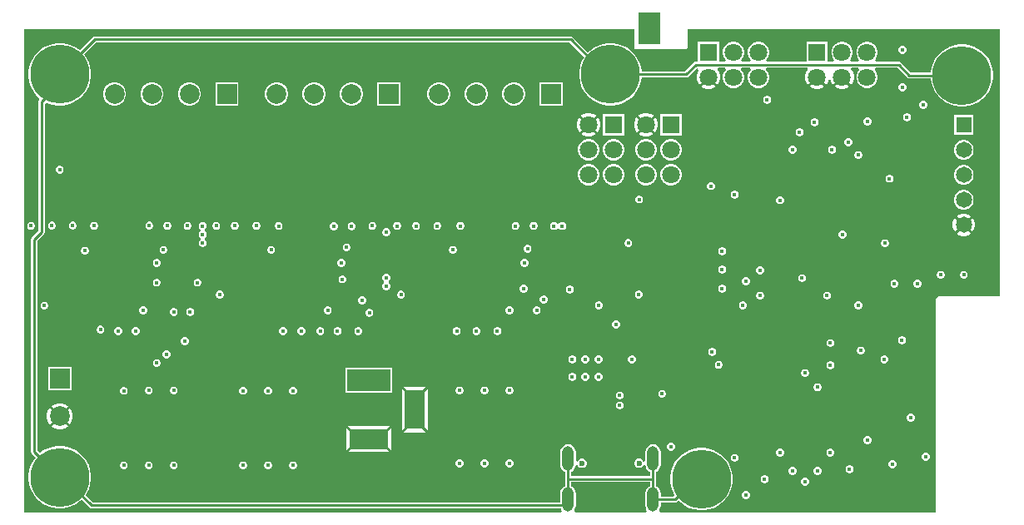
<source format=gbr>
%TF.GenerationSoftware,Altium Limited,Altium Designer,23.4.1 (23)*%
G04 Layer_Physical_Order=2*
G04 Layer_Color=6736896*
%FSLAX26Y26*%
%MOIN*%
%TF.SameCoordinates,A8827830-C457-4F50-BE19-EA3B69E33B79*%
%TF.FilePolarity,Positive*%
%TF.FileFunction,Copper,L2,Inr,Signal*%
%TF.Part,Single*%
G01*
G75*
%TA.AperFunction,Conductor*%
%ADD10C,0.010000*%
%TA.AperFunction,ComponentPad*%
%ADD38O,0.047244X0.098425*%
%ADD39C,0.023622*%
%ADD40R,0.064961X0.064961*%
%ADD41C,0.064961*%
%ADD42C,0.236220*%
%ADD43C,0.070866*%
%ADD44R,0.070866X0.070866*%
%ADD45C,0.017716*%
%ADD46R,0.157480X0.078740*%
%ADD47R,0.173228X0.086614*%
%ADD48R,0.078740X0.157480*%
%ADD49C,0.078740*%
%ADD50R,0.078740X0.078740*%
%ADD51R,0.078740X0.078740*%
%ADD52R,0.070866X0.070866*%
%TA.AperFunction,ViaPad*%
%ADD53C,0.017716*%
%TA.AperFunction,NonConductor*%
%ADD54R,0.085586X0.130000*%
G36*
X3920952Y882198D02*
X3681103D01*
X3674959Y880976D01*
X3669750Y877495D01*
X3666269Y872286D01*
X3665047Y866142D01*
Y16056D01*
X2561221D01*
X2557410Y24056D01*
X2560024Y27462D01*
X2563109Y34912D01*
X2564162Y42906D01*
Y56261D01*
X2620259D01*
X2624941Y57192D01*
X2628910Y59845D01*
X2634567Y65501D01*
X2645497Y54572D01*
X2661428Y42997D01*
X2678975Y34056D01*
X2697704Y27971D01*
X2717154Y24890D01*
X2736847D01*
X2756297Y27971D01*
X2775026Y34056D01*
X2792573Y42997D01*
X2808504Y54572D01*
X2822429Y68497D01*
X2834004Y84428D01*
X2842945Y101975D01*
X2849030Y120704D01*
X2852111Y140154D01*
Y159847D01*
X2849030Y179297D01*
X2842945Y198026D01*
X2834004Y215573D01*
X2822429Y231504D01*
X2808504Y245429D01*
X2792573Y257004D01*
X2775026Y265945D01*
X2756297Y272030D01*
X2736847Y275111D01*
X2717154D01*
X2697704Y272030D01*
X2678975Y265945D01*
X2661428Y257004D01*
X2645497Y245429D01*
X2631572Y231504D01*
X2619997Y215573D01*
X2611056Y198026D01*
X2604971Y179297D01*
X2601890Y159847D01*
Y140154D01*
X2604971Y120704D01*
X2611056Y101975D01*
X2618503Y87359D01*
X2613431Y80731D01*
X2564162D01*
Y94087D01*
X2563109Y102081D01*
X2560024Y109530D01*
X2555115Y115927D01*
X2548719Y120835D01*
X2545511Y122164D01*
Y150583D01*
Y179002D01*
X2548719Y180331D01*
X2555115Y185239D01*
X2560024Y191636D01*
X2563109Y199085D01*
X2564162Y207079D01*
Y258260D01*
X2563109Y266254D01*
X2560024Y273703D01*
X2555115Y280100D01*
X2548719Y285008D01*
X2541269Y288094D01*
X2533276Y289146D01*
X2525282Y288094D01*
X2517832Y285008D01*
X2511436Y280100D01*
X2506527Y273703D01*
X2503442Y266254D01*
X2502389Y258260D01*
Y221611D01*
X2494389Y220019D01*
X2492727Y224034D01*
X2487435Y229325D01*
X2480521Y232189D01*
X2473038D01*
X2466124Y229325D01*
X2460832Y224034D01*
X2457968Y217120D01*
Y209636D01*
X2460832Y202722D01*
X2466124Y197431D01*
X2473038Y194567D01*
X2480521D01*
X2487435Y197431D01*
X2492727Y202722D01*
X2494460Y206908D01*
X2498969Y207005D01*
X2502583Y205612D01*
X2503442Y199085D01*
X2506527Y191636D01*
X2511436Y185239D01*
X2517832Y180331D01*
X2521041Y179002D01*
Y162818D01*
X2204959D01*
Y179002D01*
X2208168Y180331D01*
X2214564Y185239D01*
X2219473Y191636D01*
X2222558Y199085D01*
X2223417Y205612D01*
X2227031Y207005D01*
X2231540Y206908D01*
X2233273Y202722D01*
X2238565Y197431D01*
X2245479Y194567D01*
X2252962D01*
X2259876Y197431D01*
X2265168Y202722D01*
X2268032Y209636D01*
Y217120D01*
X2265168Y224034D01*
X2259876Y229325D01*
X2252962Y232189D01*
X2245479D01*
X2238565Y229325D01*
X2233273Y224034D01*
X2231611Y220019D01*
X2223611Y221611D01*
Y258260D01*
X2222558Y266254D01*
X2219473Y273703D01*
X2214564Y280100D01*
X2208168Y285008D01*
X2200718Y288094D01*
X2192724Y289146D01*
X2184731Y288094D01*
X2177281Y285008D01*
X2170885Y280100D01*
X2165976Y273703D01*
X2162891Y266254D01*
X2161838Y258260D01*
Y207079D01*
X2162891Y199085D01*
X2165976Y191636D01*
X2170885Y185239D01*
X2177281Y180331D01*
X2180489Y179002D01*
Y150583D01*
Y122164D01*
X2177281Y120835D01*
X2170885Y115927D01*
X2165976Y109530D01*
X2162891Y102081D01*
X2161838Y94087D01*
Y57235D01*
X290068D01*
X260659Y86644D01*
X264485Y91909D01*
X273425Y109455D01*
X279510Y128184D01*
X282591Y147634D01*
Y167327D01*
X279510Y186778D01*
X273425Y205506D01*
X264485Y223053D01*
X252910Y238985D01*
X238985Y252910D01*
X223053Y264485D01*
X205506Y273425D01*
X186778Y279510D01*
X167327Y282591D01*
X147634D01*
X128184Y279510D01*
X109455Y273425D01*
X91909Y264485D01*
X77934Y254331D01*
X67235Y265029D01*
Y1104932D01*
X93651Y1131349D01*
X96304Y1135318D01*
X97235Y1140000D01*
Y1652957D01*
X105235Y1657860D01*
X109455Y1655710D01*
X128184Y1649624D01*
X147634Y1646544D01*
X167327D01*
X186778Y1649624D01*
X205506Y1655710D01*
X223053Y1664650D01*
X238985Y1676225D01*
X252910Y1690150D01*
X264485Y1706082D01*
X273425Y1723628D01*
X279510Y1742357D01*
X282591Y1761808D01*
Y1781500D01*
X279510Y1800951D01*
X273425Y1819680D01*
X264485Y1837226D01*
X254331Y1851201D01*
X301895Y1898765D01*
X2198932D01*
X2257419Y1840278D01*
X2255201Y1837226D01*
X2246260Y1819680D01*
X2240175Y1800951D01*
X2237095Y1781500D01*
Y1761808D01*
X2240175Y1742357D01*
X2246260Y1723628D01*
X2255201Y1706082D01*
X2266776Y1690150D01*
X2280701Y1676225D01*
X2296633Y1664650D01*
X2314179Y1655710D01*
X2332908Y1649624D01*
X2352358Y1646544D01*
X2372051D01*
X2391501Y1649624D01*
X2410230Y1655710D01*
X2427777Y1664650D01*
X2443709Y1676225D01*
X2457633Y1690150D01*
X2469209Y1706082D01*
X2478149Y1723628D01*
X2484234Y1742357D01*
X2486937Y1759419D01*
X2666654D01*
X2671336Y1760350D01*
X2675305Y1763003D01*
X2707841Y1795538D01*
X2711629Y1795024D01*
X2712904Y1793635D01*
X2715486Y1786426D01*
X2710800Y1778309D01*
X2707567Y1766245D01*
Y1753755D01*
X2710800Y1741691D01*
X2717044Y1730876D01*
X2717924Y1729995D01*
X2751465Y1763535D01*
X2755000Y1760000D01*
X2758535Y1763535D01*
X2792076Y1729995D01*
X2792956Y1730876D01*
X2799200Y1741691D01*
X2802433Y1753755D01*
Y1766245D01*
X2799200Y1778309D01*
X2792956Y1789124D01*
X2791706Y1790374D01*
X2794768Y1797765D01*
X2821442D01*
X2824756Y1789765D01*
X2821045Y1786054D01*
X2815459Y1776379D01*
X2812567Y1765586D01*
Y1754414D01*
X2815459Y1743621D01*
X2821045Y1733946D01*
X2828945Y1726045D01*
X2838622Y1720459D01*
X2849414Y1717567D01*
X2860586D01*
X2871378Y1720459D01*
X2881055Y1726045D01*
X2888955Y1733946D01*
X2894541Y1743621D01*
X2897433Y1754414D01*
Y1765586D01*
X2894541Y1776379D01*
X2888955Y1786054D01*
X2885244Y1789765D01*
X2888558Y1797765D01*
X2921442D01*
X2924756Y1789765D01*
X2921045Y1786054D01*
X2915459Y1776379D01*
X2912567Y1765586D01*
Y1754414D01*
X2915459Y1743621D01*
X2921045Y1733946D01*
X2928945Y1726045D01*
X2938622Y1720459D01*
X2949414Y1717567D01*
X2960586D01*
X2971378Y1720459D01*
X2981055Y1726045D01*
X2988955Y1733946D01*
X2994541Y1743621D01*
X2997433Y1754414D01*
Y1765586D01*
X2994541Y1776379D01*
X2988955Y1786054D01*
X2985244Y1789765D01*
X2988558Y1797765D01*
X3150232D01*
X3153294Y1790374D01*
X3152044Y1789124D01*
X3145800Y1778309D01*
X3142567Y1766245D01*
Y1753755D01*
X3145800Y1741691D01*
X3152044Y1730876D01*
X3152924Y1729995D01*
X3186465Y1763535D01*
X3190000Y1760000D01*
X3193535Y1763535D01*
X3227076Y1729995D01*
X3227956Y1730876D01*
X3234200Y1741691D01*
X3235859Y1747881D01*
X3244141D01*
X3245800Y1741691D01*
X3252044Y1730876D01*
X3252924Y1729995D01*
X3286465Y1763535D01*
X3290000Y1760000D01*
X3293535Y1763535D01*
X3327076Y1729995D01*
X3327956Y1730876D01*
X3334200Y1741691D01*
X3337433Y1753755D01*
Y1766245D01*
X3334200Y1778309D01*
X3327956Y1789124D01*
X3326706Y1790374D01*
X3329768Y1797765D01*
X3356442D01*
X3359756Y1789765D01*
X3356045Y1786054D01*
X3350459Y1776379D01*
X3347567Y1765586D01*
Y1754414D01*
X3350459Y1743621D01*
X3356045Y1733946D01*
X3363945Y1726045D01*
X3373622Y1720459D01*
X3384414Y1717567D01*
X3395586D01*
X3406378Y1720459D01*
X3416055Y1726045D01*
X3423955Y1733946D01*
X3429541Y1743621D01*
X3432433Y1754414D01*
Y1765586D01*
X3429541Y1776379D01*
X3423955Y1786054D01*
X3420244Y1789765D01*
X3423558Y1797765D01*
X3511933D01*
X3551349Y1758349D01*
X3555318Y1755697D01*
X3560000Y1754765D01*
X3645269D01*
X3647971Y1737704D01*
X3654056Y1718975D01*
X3662997Y1701428D01*
X3674572Y1685497D01*
X3688497Y1671572D01*
X3704428Y1659997D01*
X3721975Y1651056D01*
X3740704Y1644971D01*
X3760154Y1641890D01*
X3779847D01*
X3799297Y1644971D01*
X3818026Y1651056D01*
X3835573Y1659997D01*
X3851504Y1671572D01*
X3865429Y1685497D01*
X3877004Y1701428D01*
X3885945Y1718975D01*
X3892030Y1737704D01*
X3895111Y1757154D01*
Y1776847D01*
X3892030Y1796297D01*
X3885945Y1815026D01*
X3877004Y1832573D01*
X3865429Y1848504D01*
X3851504Y1862429D01*
X3835573Y1874004D01*
X3818026Y1882945D01*
X3799297Y1889030D01*
X3779847Y1892111D01*
X3760154D01*
X3740704Y1889030D01*
X3721975Y1882945D01*
X3704428Y1874004D01*
X3688497Y1862429D01*
X3674572Y1848504D01*
X3662997Y1832573D01*
X3654056Y1815026D01*
X3647971Y1796297D01*
X3645269Y1779236D01*
X3565068D01*
X3525652Y1818651D01*
X3521683Y1821304D01*
X3517001Y1822235D01*
X3423558D01*
X3420244Y1830235D01*
X3423955Y1833946D01*
X3429541Y1843621D01*
X3432433Y1854414D01*
Y1865586D01*
X3429541Y1876379D01*
X3423955Y1886054D01*
X3416055Y1893955D01*
X3406378Y1899541D01*
X3395586Y1902433D01*
X3384414D01*
X3373622Y1899541D01*
X3363945Y1893955D01*
X3356045Y1886054D01*
X3350459Y1876379D01*
X3347567Y1865586D01*
Y1854414D01*
X3350459Y1843621D01*
X3356045Y1833946D01*
X3359756Y1830235D01*
X3356442Y1822235D01*
X3323558D01*
X3320244Y1830235D01*
X3323955Y1833946D01*
X3329541Y1843621D01*
X3332433Y1854414D01*
Y1865586D01*
X3329541Y1876379D01*
X3323955Y1886054D01*
X3316055Y1893955D01*
X3306378Y1899541D01*
X3295586Y1902433D01*
X3284414D01*
X3273622Y1899541D01*
X3263945Y1893955D01*
X3256045Y1886054D01*
X3250459Y1876379D01*
X3247567Y1865586D01*
Y1854414D01*
X3250459Y1843621D01*
X3256045Y1833946D01*
X3259756Y1830235D01*
X3256442Y1822235D01*
X3232433D01*
Y1902433D01*
X3147567D01*
Y1822235D01*
X2988558D01*
X2985244Y1830235D01*
X2988955Y1833946D01*
X2994541Y1843621D01*
X2997433Y1854414D01*
Y1865586D01*
X2994541Y1876379D01*
X2988955Y1886054D01*
X2981055Y1893955D01*
X2971378Y1899541D01*
X2960586Y1902433D01*
X2949414D01*
X2938622Y1899541D01*
X2928945Y1893955D01*
X2921045Y1886054D01*
X2915459Y1876379D01*
X2912567Y1865586D01*
Y1854414D01*
X2915459Y1843621D01*
X2921045Y1833946D01*
X2924756Y1830235D01*
X2921442Y1822235D01*
X2888558D01*
X2885244Y1830235D01*
X2888955Y1833946D01*
X2894541Y1843621D01*
X2897433Y1854414D01*
Y1865586D01*
X2894541Y1876379D01*
X2888955Y1886054D01*
X2881055Y1893955D01*
X2871378Y1899541D01*
X2860586Y1902433D01*
X2849414D01*
X2838622Y1899541D01*
X2828945Y1893955D01*
X2821045Y1886054D01*
X2815459Y1876379D01*
X2812567Y1865586D01*
Y1854414D01*
X2815459Y1843621D01*
X2821045Y1833946D01*
X2824756Y1830235D01*
X2821442Y1822235D01*
X2797433D01*
Y1902433D01*
X2712567D01*
Y1822235D01*
X2705000D01*
X2700318Y1821304D01*
X2696349Y1818651D01*
X2661586Y1783889D01*
X2486937D01*
X2484234Y1800951D01*
X2478149Y1819680D01*
X2469209Y1837226D01*
X2457633Y1853158D01*
X2443709Y1867083D01*
X2427777Y1878658D01*
X2410230Y1887598D01*
X2391501Y1893684D01*
X2372051Y1896764D01*
X2352358D01*
X2332908Y1893684D01*
X2314179Y1887598D01*
X2296633Y1878658D01*
X2280701Y1867083D01*
X2272961Y1859342D01*
X2212651Y1919651D01*
X2208682Y1922304D01*
X2204000Y1923235D01*
X296827D01*
X292145Y1922304D01*
X288175Y1919651D01*
X237028Y1868504D01*
X223053Y1878658D01*
X205506Y1887598D01*
X186778Y1893684D01*
X167327Y1896764D01*
X147634D01*
X128184Y1893684D01*
X109455Y1887598D01*
X91909Y1878658D01*
X75977Y1867083D01*
X62052Y1853158D01*
X50477Y1837226D01*
X41537Y1819680D01*
X35451Y1800951D01*
X32371Y1781500D01*
Y1761808D01*
X35451Y1742357D01*
X41537Y1723628D01*
X50477Y1706082D01*
X62052Y1690150D01*
X75977Y1676225D01*
X76087Y1676145D01*
X76349Y1672824D01*
X73696Y1668855D01*
X72765Y1664173D01*
Y1145068D01*
X46349Y1118651D01*
X43696Y1114682D01*
X42765Y1110000D01*
Y259962D01*
X43696Y255279D01*
X46349Y251310D01*
X60631Y237028D01*
X50477Y223053D01*
X41537Y205506D01*
X35451Y186778D01*
X32371Y167327D01*
Y147634D01*
X35451Y128184D01*
X41537Y109455D01*
X50477Y91909D01*
X62052Y75977D01*
X75977Y62052D01*
X91909Y50477D01*
X109455Y41537D01*
X128184Y35451D01*
X147634Y32371D01*
X167327D01*
X186778Y35451D01*
X205506Y41537D01*
X223053Y50477D01*
X238985Y62052D01*
X244815Y67882D01*
X276349Y36349D01*
X280318Y33696D01*
X285000Y32765D01*
X2163780D01*
X2165976Y27462D01*
X2168590Y24056D01*
X2164779Y16056D01*
X16056D01*
Y1952448D01*
X2457863D01*
Y1880000D01*
X2458406Y1877269D01*
X2459953Y1874953D01*
X2462269Y1873406D01*
X2465000Y1872863D01*
X2665000D01*
X2667731Y1873406D01*
X2670047Y1874953D01*
X2671594Y1877269D01*
X2672137Y1880000D01*
Y1952448D01*
X3920952D01*
Y882198D01*
D02*
G37*
G36*
X2521041Y122164D02*
X2517832Y120835D01*
X2511436Y115927D01*
X2506527Y109530D01*
X2503442Y102081D01*
X2502389Y94087D01*
Y42906D01*
X2503442Y34912D01*
X2506527Y27462D01*
X2509141Y24056D01*
X2505330Y16056D01*
X2220670D01*
X2216859Y24056D01*
X2219473Y27462D01*
X2222558Y34912D01*
X2223611Y42906D01*
Y94087D01*
X2222558Y102081D01*
X2219473Y109530D01*
X2214564Y115927D01*
X2208168Y120835D01*
X2204959Y122164D01*
Y138348D01*
X2521041D01*
Y122164D01*
D02*
G37*
%LPC*%
G36*
X3535241Y1885858D02*
X3528932D01*
X3523104Y1883444D01*
X3518643Y1878983D01*
X3516228Y1873154D01*
Y1866846D01*
X3518643Y1861017D01*
X3523104Y1856556D01*
X3528932Y1854142D01*
X3535241D01*
X3541070Y1856556D01*
X3545530Y1861017D01*
X3547945Y1866846D01*
Y1873154D01*
X3545530Y1878983D01*
X3541070Y1883444D01*
X3535241Y1885858D01*
D02*
G37*
G36*
X3290000Y1752929D02*
X3259995Y1722924D01*
X3260876Y1722044D01*
X3271691Y1715800D01*
X3283755Y1712567D01*
X3296245D01*
X3308309Y1715800D01*
X3319124Y1722044D01*
X3320005Y1722924D01*
X3290000Y1752929D01*
D02*
G37*
G36*
X3190000D02*
X3159995Y1722924D01*
X3160876Y1722044D01*
X3171691Y1715800D01*
X3183755Y1712567D01*
X3196245D01*
X3208309Y1715800D01*
X3219124Y1722044D01*
X3220005Y1722924D01*
X3190000Y1752929D01*
D02*
G37*
G36*
X2755000D02*
X2724995Y1722924D01*
X2725876Y1722044D01*
X2736691Y1715800D01*
X2748755Y1712567D01*
X2761245D01*
X2773309Y1715800D01*
X2784124Y1722044D01*
X2785005Y1722924D01*
X2755000Y1752929D01*
D02*
G37*
G36*
X3535241Y1735858D02*
X3528932D01*
X3523104Y1733444D01*
X3518643Y1728983D01*
X3516228Y1723154D01*
Y1716846D01*
X3518643Y1711017D01*
X3523104Y1706556D01*
X3528932Y1704142D01*
X3535241D01*
X3541070Y1706556D01*
X3545530Y1711017D01*
X3547945Y1716846D01*
Y1723154D01*
X3545530Y1728983D01*
X3541070Y1733444D01*
X3535241Y1735858D01*
D02*
G37*
G36*
X2993154Y1685858D02*
X2986846D01*
X2981017Y1683444D01*
X2976556Y1678983D01*
X2974142Y1673154D01*
Y1666846D01*
X2976556Y1661017D01*
X2981017Y1656556D01*
X2986846Y1654142D01*
X2993154D01*
X2998983Y1656556D01*
X3003444Y1661017D01*
X3005858Y1666846D01*
Y1673154D01*
X3003444Y1678983D01*
X2998983Y1683444D01*
X2993154Y1685858D01*
D02*
G37*
G36*
X2172354Y1739284D02*
X2079614D01*
Y1646543D01*
X2172354D01*
Y1739284D01*
D02*
G37*
G36*
X1982089D02*
X1969880D01*
X1958086Y1736123D01*
X1947512Y1730019D01*
X1938879Y1721385D01*
X1932774Y1710812D01*
X1929614Y1699018D01*
Y1686809D01*
X1932774Y1675015D01*
X1938879Y1664441D01*
X1947512Y1655808D01*
X1958086Y1649703D01*
X1969880Y1646543D01*
X1982089D01*
X1993882Y1649703D01*
X2004456Y1655808D01*
X2013090Y1664441D01*
X2019194Y1675015D01*
X2022354Y1686809D01*
Y1699018D01*
X2019194Y1710812D01*
X2013090Y1721385D01*
X2004456Y1730019D01*
X1993882Y1736123D01*
X1982089Y1739284D01*
D02*
G37*
G36*
X1832089D02*
X1819880D01*
X1808086Y1736123D01*
X1797512Y1730019D01*
X1788879Y1721385D01*
X1782774Y1710812D01*
X1779614Y1699018D01*
Y1686809D01*
X1782774Y1675015D01*
X1788879Y1664441D01*
X1797512Y1655808D01*
X1808086Y1649703D01*
X1819880Y1646543D01*
X1832089D01*
X1843882Y1649703D01*
X1854456Y1655808D01*
X1863090Y1664441D01*
X1869194Y1675015D01*
X1872354Y1686809D01*
Y1699018D01*
X1869194Y1710812D01*
X1863090Y1721385D01*
X1854456Y1730019D01*
X1843882Y1736123D01*
X1832089Y1739284D01*
D02*
G37*
G36*
X1682089D02*
X1669880D01*
X1658086Y1736123D01*
X1647512Y1730019D01*
X1638879Y1721385D01*
X1632774Y1710812D01*
X1629614Y1699018D01*
Y1686809D01*
X1632774Y1675015D01*
X1638879Y1664441D01*
X1647512Y1655808D01*
X1658086Y1649703D01*
X1669880Y1646543D01*
X1682089D01*
X1693882Y1649703D01*
X1704456Y1655808D01*
X1713090Y1664441D01*
X1719194Y1675015D01*
X1722354Y1686809D01*
Y1699018D01*
X1719194Y1710812D01*
X1713090Y1721385D01*
X1704456Y1730019D01*
X1693882Y1736123D01*
X1682089Y1739284D01*
D02*
G37*
G36*
X1522748D02*
X1430008D01*
Y1646543D01*
X1522748D01*
Y1739284D01*
D02*
G37*
G36*
X1332483D02*
X1320273D01*
X1308480Y1736123D01*
X1297906Y1730019D01*
X1289273Y1721385D01*
X1283168Y1710812D01*
X1280008Y1699018D01*
Y1686809D01*
X1283168Y1675015D01*
X1289273Y1664441D01*
X1297906Y1655808D01*
X1308480Y1649703D01*
X1320273Y1646543D01*
X1332483D01*
X1344276Y1649703D01*
X1354850Y1655808D01*
X1363483Y1664441D01*
X1369588Y1675015D01*
X1372748Y1686809D01*
Y1699018D01*
X1369588Y1710812D01*
X1363483Y1721385D01*
X1354850Y1730019D01*
X1344276Y1736123D01*
X1332483Y1739284D01*
D02*
G37*
G36*
X1182483D02*
X1170273D01*
X1158480Y1736123D01*
X1147906Y1730019D01*
X1139273Y1721385D01*
X1133168Y1710812D01*
X1130008Y1699018D01*
Y1686809D01*
X1133168Y1675015D01*
X1139273Y1664441D01*
X1147906Y1655808D01*
X1158480Y1649703D01*
X1170273Y1646543D01*
X1182483D01*
X1194276Y1649703D01*
X1204850Y1655808D01*
X1213483Y1664441D01*
X1219588Y1675015D01*
X1222748Y1686809D01*
Y1699018D01*
X1219588Y1710812D01*
X1213483Y1721385D01*
X1204850Y1730019D01*
X1194276Y1736123D01*
X1182483Y1739284D01*
D02*
G37*
G36*
X1032483D02*
X1020273D01*
X1008480Y1736123D01*
X997906Y1730019D01*
X989273Y1721385D01*
X983168Y1710812D01*
X980008Y1699018D01*
Y1686809D01*
X983168Y1675015D01*
X989273Y1664441D01*
X997906Y1655808D01*
X1008480Y1649703D01*
X1020273Y1646543D01*
X1032483D01*
X1044276Y1649703D01*
X1054850Y1655808D01*
X1063483Y1664441D01*
X1069588Y1675015D01*
X1072748Y1686809D01*
Y1699018D01*
X1069588Y1710812D01*
X1063483Y1721385D01*
X1054850Y1730019D01*
X1044276Y1736123D01*
X1032483Y1739284D01*
D02*
G37*
G36*
X873142D02*
X780402D01*
Y1646543D01*
X873142D01*
Y1739284D01*
D02*
G37*
G36*
X682876D02*
X670667D01*
X658874Y1736123D01*
X648300Y1730019D01*
X639666Y1721385D01*
X633562Y1710812D01*
X630402Y1699018D01*
Y1686809D01*
X633562Y1675015D01*
X639666Y1664441D01*
X648300Y1655808D01*
X658874Y1649703D01*
X670667Y1646543D01*
X682876D01*
X694670Y1649703D01*
X705244Y1655808D01*
X713877Y1664441D01*
X719982Y1675015D01*
X723142Y1686809D01*
Y1699018D01*
X719982Y1710812D01*
X713877Y1721385D01*
X705244Y1730019D01*
X694670Y1736123D01*
X682876Y1739284D01*
D02*
G37*
G36*
X532876D02*
X520667D01*
X508873Y1736123D01*
X498300Y1730019D01*
X489666Y1721385D01*
X483562Y1710812D01*
X480402Y1699018D01*
Y1686809D01*
X483562Y1675015D01*
X489666Y1664441D01*
X498300Y1655808D01*
X508873Y1649703D01*
X520667Y1646543D01*
X532876D01*
X544670Y1649703D01*
X555244Y1655808D01*
X563877Y1664441D01*
X569982Y1675015D01*
X573142Y1686809D01*
Y1699018D01*
X569982Y1710812D01*
X563877Y1721385D01*
X555244Y1730019D01*
X544670Y1736123D01*
X532876Y1739284D01*
D02*
G37*
G36*
X382876D02*
X370667D01*
X358873Y1736123D01*
X348300Y1730019D01*
X339666Y1721385D01*
X333562Y1710812D01*
X330402Y1699018D01*
Y1686809D01*
X333562Y1675015D01*
X339666Y1664441D01*
X348300Y1655808D01*
X358873Y1649703D01*
X370667Y1646543D01*
X382876D01*
X394670Y1649703D01*
X405244Y1655808D01*
X413877Y1664441D01*
X419982Y1675015D01*
X423142Y1686809D01*
Y1699018D01*
X419982Y1710812D01*
X413877Y1721385D01*
X405244Y1730019D01*
X394670Y1736123D01*
X382876Y1739284D01*
D02*
G37*
G36*
X3618832Y1665180D02*
X3612523D01*
X3606695Y1662766D01*
X3602234Y1658305D01*
X3599820Y1652477D01*
Y1646168D01*
X3602234Y1640339D01*
X3606695Y1635878D01*
X3612523Y1633464D01*
X3618832D01*
X3624661Y1635878D01*
X3629122Y1640339D01*
X3631536Y1646168D01*
Y1652477D01*
X3629122Y1658305D01*
X3624661Y1662766D01*
X3618832Y1665180D01*
D02*
G37*
G36*
X3553154Y1615858D02*
X3546846D01*
X3541017Y1613444D01*
X3536556Y1608983D01*
X3534142Y1603154D01*
Y1596846D01*
X3536556Y1591017D01*
X3541017Y1586556D01*
X3546846Y1584142D01*
X3553154D01*
X3558983Y1586556D01*
X3563444Y1591017D01*
X3565858Y1596846D01*
Y1603154D01*
X3563444Y1608983D01*
X3558983Y1613444D01*
X3553154Y1615858D01*
D02*
G37*
G36*
X2281245Y1617433D02*
X2268755D01*
X2256691Y1614200D01*
X2245876Y1607956D01*
X2244995Y1607076D01*
X2275000Y1577071D01*
X2305005Y1607076D01*
X2304124Y1607956D01*
X2293309Y1614200D01*
X2281245Y1617433D01*
D02*
G37*
G36*
X2510659D02*
X2498169D01*
X2486106Y1614200D01*
X2475290Y1607956D01*
X2474409Y1607076D01*
X2504414Y1577071D01*
X2534419Y1607076D01*
X2533539Y1607956D01*
X2522723Y1614200D01*
X2510659Y1617433D01*
D02*
G37*
G36*
X3394974Y1599039D02*
X3388665D01*
X3382836Y1596624D01*
X3378376Y1592164D01*
X3375961Y1586335D01*
Y1580026D01*
X3378376Y1574198D01*
X3382836Y1569737D01*
X3388665Y1567322D01*
X3394974D01*
X3400802Y1569737D01*
X3405263Y1574198D01*
X3407678Y1580026D01*
Y1586335D01*
X3405263Y1592164D01*
X3400802Y1596624D01*
X3394974Y1599039D01*
D02*
G37*
G36*
X3183154Y1595858D02*
X3176846D01*
X3171017Y1593444D01*
X3166556Y1588983D01*
X3164142Y1583154D01*
Y1576846D01*
X3166556Y1571017D01*
X3171017Y1566556D01*
X3176846Y1564142D01*
X3183154D01*
X3188983Y1566556D01*
X3193444Y1571017D01*
X3195858Y1576846D01*
Y1583154D01*
X3193444Y1588983D01*
X3188983Y1593444D01*
X3183154Y1595858D01*
D02*
G37*
G36*
X2312076Y1600005D02*
X2282071Y1570000D01*
X2312076Y1539995D01*
X2312956Y1540876D01*
X2319200Y1551691D01*
X2322433Y1563755D01*
Y1576245D01*
X2319200Y1588309D01*
X2312956Y1599124D01*
X2312076Y1600005D01*
D02*
G37*
G36*
X2541490D02*
X2511485Y1570000D01*
X2541490Y1539995D01*
X2542370Y1540876D01*
X2548615Y1551691D01*
X2551847Y1563755D01*
Y1576245D01*
X2548615Y1588309D01*
X2542370Y1599124D01*
X2541490Y1600005D01*
D02*
G37*
G36*
X2467338D02*
X2466458Y1599124D01*
X2460214Y1588309D01*
X2456981Y1576245D01*
Y1563755D01*
X2460214Y1551691D01*
X2466458Y1540876D01*
X2467338Y1539995D01*
X2497343Y1570000D01*
X2467338Y1600005D01*
D02*
G37*
G36*
X2237924Y1600005D02*
X2237044Y1599124D01*
X2230800Y1588309D01*
X2227567Y1576245D01*
Y1563755D01*
X2230800Y1551691D01*
X2237044Y1540876D01*
X2237924Y1539995D01*
X2267929Y1570000D01*
X2237924Y1600005D01*
D02*
G37*
G36*
X3816480Y1608024D02*
X3737519D01*
Y1529063D01*
X3816480D01*
Y1608024D01*
D02*
G37*
G36*
X2646847Y1612433D02*
X2561981D01*
Y1527567D01*
X2646847D01*
Y1612433D01*
D02*
G37*
G36*
X2417433D02*
X2332567D01*
Y1527567D01*
X2417433D01*
Y1612433D01*
D02*
G37*
G36*
X3123154Y1555858D02*
X3116846D01*
X3111017Y1553444D01*
X3106556Y1548983D01*
X3104142Y1543154D01*
Y1536846D01*
X3106556Y1531017D01*
X3111017Y1526556D01*
X3116846Y1524142D01*
X3123154D01*
X3128983Y1526556D01*
X3133444Y1531017D01*
X3135858Y1536846D01*
Y1543154D01*
X3133444Y1548983D01*
X3128983Y1553444D01*
X3123154Y1555858D01*
D02*
G37*
G36*
X2504414Y1562929D02*
X2474410Y1532924D01*
X2475290Y1532044D01*
X2486106Y1525800D01*
X2498169Y1522567D01*
X2510659D01*
X2522723Y1525800D01*
X2533539Y1532044D01*
X2534419Y1532924D01*
X2504414Y1562929D01*
D02*
G37*
G36*
X2275000Y1562929D02*
X2244995Y1532924D01*
X2245876Y1532044D01*
X2256691Y1525800D01*
X2268755Y1522567D01*
X2281245D01*
X2293309Y1525800D01*
X2304124Y1532044D01*
X2305005Y1532925D01*
X2275000Y1562929D01*
D02*
G37*
G36*
X3318154Y1515858D02*
X3311846D01*
X3306017Y1513444D01*
X3301556Y1508983D01*
X3299142Y1503154D01*
Y1496846D01*
X3301556Y1491017D01*
X3306017Y1486556D01*
X3311846Y1484142D01*
X3318154D01*
X3323983Y1486556D01*
X3328444Y1491017D01*
X3330858Y1496846D01*
Y1503154D01*
X3328444Y1508983D01*
X3323983Y1513444D01*
X3318154Y1515858D01*
D02*
G37*
G36*
X3253154Y1485858D02*
X3246846D01*
X3241017Y1483444D01*
X3236556Y1478983D01*
X3234142Y1473154D01*
Y1466846D01*
X3236556Y1461017D01*
X3241017Y1456556D01*
X3246846Y1454142D01*
X3253154D01*
X3258983Y1456556D01*
X3263444Y1461017D01*
X3265858Y1466846D01*
Y1473154D01*
X3263444Y1478983D01*
X3258983Y1483444D01*
X3253154Y1485858D01*
D02*
G37*
G36*
X3094974D02*
X3088665D01*
X3082836Y1483444D01*
X3078375Y1478983D01*
X3075961Y1473154D01*
Y1466846D01*
X3078375Y1461017D01*
X3082836Y1456556D01*
X3088665Y1454142D01*
X3094974D01*
X3100802Y1456556D01*
X3105263Y1461017D01*
X3107677Y1466846D01*
Y1473154D01*
X3105263Y1478983D01*
X3100802Y1483444D01*
X3094974Y1485858D01*
D02*
G37*
G36*
X3358154Y1463937D02*
X3351846D01*
X3346017Y1461523D01*
X3341556Y1457062D01*
X3339142Y1451233D01*
Y1444924D01*
X3341556Y1439096D01*
X3346017Y1434635D01*
X3351846Y1432220D01*
X3358154D01*
X3363983Y1434635D01*
X3368444Y1439096D01*
X3370858Y1444924D01*
Y1451233D01*
X3368444Y1457062D01*
X3363983Y1461523D01*
X3358154Y1463937D01*
D02*
G37*
G36*
X3782197Y1508024D02*
X3771802D01*
X3761761Y1505333D01*
X3752758Y1500135D01*
X3745407Y1492785D01*
X3740210Y1483782D01*
X3737519Y1473741D01*
Y1463346D01*
X3740210Y1453304D01*
X3745407Y1444302D01*
X3752758Y1436951D01*
X3761761Y1431754D01*
X3771802Y1429063D01*
X3782197D01*
X3792238Y1431754D01*
X3801241Y1436951D01*
X3808592Y1444302D01*
X3813789Y1453304D01*
X3816480Y1463346D01*
Y1473741D01*
X3813789Y1483782D01*
X3808592Y1492785D01*
X3801241Y1500135D01*
X3792238Y1505333D01*
X3782197Y1508024D01*
D02*
G37*
G36*
X2610001Y1512433D02*
X2598828D01*
X2588036Y1509541D01*
X2578360Y1503955D01*
X2570459Y1496054D01*
X2564873Y1486379D01*
X2561981Y1475586D01*
Y1464414D01*
X2564873Y1453621D01*
X2570459Y1443946D01*
X2578360Y1436045D01*
X2588036Y1430459D01*
X2598828Y1427567D01*
X2610001D01*
X2620793Y1430459D01*
X2630469Y1436045D01*
X2638369Y1443946D01*
X2643955Y1453621D01*
X2646847Y1464414D01*
Y1475586D01*
X2643955Y1486379D01*
X2638369Y1496054D01*
X2630469Y1503955D01*
X2620793Y1509541D01*
X2610001Y1512433D01*
D02*
G37*
G36*
X2510001D02*
X2498828D01*
X2488036Y1509541D01*
X2478360Y1503955D01*
X2470459Y1496054D01*
X2464873Y1486379D01*
X2461981Y1475586D01*
Y1464414D01*
X2464873Y1453621D01*
X2470459Y1443946D01*
X2478360Y1436045D01*
X2488036Y1430459D01*
X2498828Y1427567D01*
X2510001D01*
X2520793Y1430459D01*
X2530469Y1436045D01*
X2538369Y1443946D01*
X2543955Y1453621D01*
X2546847Y1464414D01*
Y1475586D01*
X2543955Y1486379D01*
X2538369Y1496054D01*
X2530469Y1503955D01*
X2520793Y1509541D01*
X2510001Y1512433D01*
D02*
G37*
G36*
X2380586D02*
X2369414D01*
X2358622Y1509541D01*
X2348945Y1503955D01*
X2341045Y1496054D01*
X2335459Y1486379D01*
X2332567Y1475586D01*
Y1464414D01*
X2335459Y1453621D01*
X2341045Y1443946D01*
X2348945Y1436045D01*
X2358622Y1430459D01*
X2369414Y1427567D01*
X2380586D01*
X2391378Y1430459D01*
X2401055Y1436045D01*
X2408955Y1443946D01*
X2414541Y1453621D01*
X2417433Y1464414D01*
Y1475586D01*
X2414541Y1486379D01*
X2408955Y1496054D01*
X2401055Y1503955D01*
X2391378Y1509541D01*
X2380586Y1512433D01*
D02*
G37*
G36*
X2280586D02*
X2269414D01*
X2258622Y1509541D01*
X2248945Y1503955D01*
X2241045Y1496054D01*
X2235459Y1486379D01*
X2232567Y1475586D01*
Y1464414D01*
X2235459Y1453621D01*
X2241045Y1443946D01*
X2248945Y1436045D01*
X2258622Y1430459D01*
X2269414Y1427567D01*
X2280586D01*
X2291378Y1430459D01*
X2301055Y1436045D01*
X2308955Y1443946D01*
X2314541Y1453621D01*
X2317433Y1464414D01*
Y1475586D01*
X2314541Y1486379D01*
X2308955Y1496054D01*
X2301055Y1503955D01*
X2291378Y1509541D01*
X2280586Y1512433D01*
D02*
G37*
G36*
X160635Y1405858D02*
X154326D01*
X148498Y1403444D01*
X144037Y1398983D01*
X141623Y1393154D01*
Y1386846D01*
X144037Y1381017D01*
X148498Y1376556D01*
X154326Y1374142D01*
X160635D01*
X166464Y1376556D01*
X170925Y1381017D01*
X173339Y1386846D01*
Y1393154D01*
X170925Y1398983D01*
X166464Y1403444D01*
X160635Y1405858D01*
D02*
G37*
G36*
X3483154Y1369401D02*
X3476846D01*
X3471017Y1366987D01*
X3466556Y1362526D01*
X3464142Y1356698D01*
Y1350389D01*
X3466556Y1344560D01*
X3471017Y1340099D01*
X3476846Y1337685D01*
X3483154D01*
X3488983Y1340099D01*
X3493444Y1344560D01*
X3495858Y1350389D01*
Y1356698D01*
X3493444Y1362526D01*
X3488983Y1366987D01*
X3483154Y1369401D01*
D02*
G37*
G36*
X3782197Y1408024D02*
X3771802D01*
X3761761Y1405333D01*
X3752758Y1400135D01*
X3745407Y1392785D01*
X3740210Y1383782D01*
X3737519Y1373741D01*
Y1363346D01*
X3740210Y1353304D01*
X3745407Y1344302D01*
X3752758Y1336951D01*
X3761761Y1331754D01*
X3771802Y1329063D01*
X3782197D01*
X3792238Y1331754D01*
X3801241Y1336951D01*
X3808592Y1344302D01*
X3813789Y1353304D01*
X3816480Y1363346D01*
Y1373741D01*
X3813789Y1383782D01*
X3808592Y1392785D01*
X3801241Y1400135D01*
X3792238Y1405333D01*
X3782197Y1408024D01*
D02*
G37*
G36*
X2610001Y1412433D02*
X2598828D01*
X2588036Y1409541D01*
X2578360Y1403955D01*
X2570459Y1396054D01*
X2564873Y1386379D01*
X2561981Y1375586D01*
Y1364414D01*
X2564873Y1353621D01*
X2570459Y1343946D01*
X2578360Y1336045D01*
X2588036Y1330459D01*
X2598828Y1327567D01*
X2610001D01*
X2620793Y1330459D01*
X2630469Y1336045D01*
X2638369Y1343946D01*
X2643955Y1353621D01*
X2646847Y1364414D01*
Y1375586D01*
X2643955Y1386379D01*
X2638369Y1396054D01*
X2630469Y1403955D01*
X2620793Y1409541D01*
X2610001Y1412433D01*
D02*
G37*
G36*
X2510001D02*
X2498828D01*
X2488036Y1409541D01*
X2478360Y1403955D01*
X2470459Y1396054D01*
X2464873Y1386379D01*
X2461981Y1375586D01*
Y1364414D01*
X2464873Y1353621D01*
X2470459Y1343946D01*
X2478360Y1336045D01*
X2488036Y1330459D01*
X2498828Y1327567D01*
X2510001D01*
X2520793Y1330459D01*
X2530469Y1336045D01*
X2538369Y1343946D01*
X2543955Y1353621D01*
X2546847Y1364414D01*
Y1375586D01*
X2543955Y1386379D01*
X2538369Y1396054D01*
X2530469Y1403955D01*
X2520793Y1409541D01*
X2510001Y1412433D01*
D02*
G37*
G36*
X2380586D02*
X2369414D01*
X2358622Y1409541D01*
X2348945Y1403955D01*
X2341045Y1396054D01*
X2335459Y1386379D01*
X2332567Y1375586D01*
Y1364414D01*
X2335459Y1353621D01*
X2341045Y1343946D01*
X2348945Y1336045D01*
X2358622Y1330459D01*
X2369414Y1327567D01*
X2380586D01*
X2391378Y1330459D01*
X2401055Y1336045D01*
X2408955Y1343946D01*
X2414541Y1353621D01*
X2417433Y1364414D01*
Y1375586D01*
X2414541Y1386379D01*
X2408955Y1396054D01*
X2401055Y1403955D01*
X2391378Y1409541D01*
X2380586Y1412433D01*
D02*
G37*
G36*
X2280586D02*
X2269414D01*
X2258622Y1409541D01*
X2248945Y1403955D01*
X2241045Y1396054D01*
X2235459Y1386379D01*
X2232567Y1375586D01*
Y1364414D01*
X2235459Y1353621D01*
X2241045Y1343946D01*
X2248945Y1336045D01*
X2258622Y1330459D01*
X2269414Y1327567D01*
X2280586D01*
X2291378Y1330459D01*
X2301055Y1336045D01*
X2308955Y1343946D01*
X2314541Y1353621D01*
X2317433Y1364414D01*
Y1375586D01*
X2314541Y1386379D01*
X2308955Y1396054D01*
X2301055Y1403955D01*
X2291378Y1409541D01*
X2280586Y1412433D01*
D02*
G37*
G36*
X2768154Y1339401D02*
X2761846D01*
X2756017Y1336987D01*
X2751556Y1332526D01*
X2749142Y1326698D01*
Y1320389D01*
X2751556Y1314560D01*
X2756017Y1310099D01*
X2761846Y1307685D01*
X2768154D01*
X2773983Y1310099D01*
X2778444Y1314560D01*
X2780858Y1320389D01*
Y1326698D01*
X2778444Y1332526D01*
X2773983Y1336987D01*
X2768154Y1339401D01*
D02*
G37*
G36*
X2863154Y1305858D02*
X2856846D01*
X2851017Y1303444D01*
X2846556Y1298983D01*
X2844142Y1293154D01*
Y1286846D01*
X2846556Y1281017D01*
X2851017Y1276556D01*
X2856846Y1274142D01*
X2863154D01*
X2868983Y1276556D01*
X2873444Y1281017D01*
X2875858Y1286846D01*
Y1293154D01*
X2873444Y1298983D01*
X2868983Y1303444D01*
X2863154Y1305858D01*
D02*
G37*
G36*
X2480695Y1286503D02*
X2474386D01*
X2468557Y1284089D01*
X2464096Y1279628D01*
X2461682Y1273799D01*
Y1267490D01*
X2464096Y1261662D01*
X2468557Y1257201D01*
X2474386Y1254786D01*
X2480695D01*
X2486523Y1257201D01*
X2490984Y1261662D01*
X2493398Y1267490D01*
Y1273799D01*
X2490984Y1279628D01*
X2486523Y1284089D01*
X2480695Y1286503D01*
D02*
G37*
G36*
X3044974Y1283256D02*
X3038665D01*
X3032836Y1280841D01*
X3028376Y1276380D01*
X3025961Y1270552D01*
Y1264243D01*
X3028376Y1258415D01*
X3032836Y1253954D01*
X3038665Y1251539D01*
X3044974D01*
X3050802Y1253954D01*
X3055263Y1258415D01*
X3057678Y1264243D01*
Y1270552D01*
X3055263Y1276380D01*
X3050802Y1280841D01*
X3044974Y1283256D01*
D02*
G37*
G36*
X3782197Y1308024D02*
X3771802D01*
X3761761Y1305333D01*
X3752758Y1300135D01*
X3745407Y1292785D01*
X3740210Y1283782D01*
X3737519Y1273741D01*
Y1263346D01*
X3740210Y1253304D01*
X3745407Y1244302D01*
X3752758Y1236951D01*
X3761761Y1231754D01*
X3771802Y1229063D01*
X3782197D01*
X3792238Y1231754D01*
X3801241Y1236951D01*
X3808592Y1244302D01*
X3813789Y1253304D01*
X3816480Y1263346D01*
Y1273741D01*
X3813789Y1283782D01*
X3808592Y1292785D01*
X3801241Y1300135D01*
X3792238Y1305333D01*
X3782197Y1308024D01*
D02*
G37*
G36*
X3782855Y1213024D02*
X3771144D01*
X3759831Y1209992D01*
X3749688Y1204136D01*
X3749083Y1203531D01*
X3777000Y1175614D01*
X3804916Y1203531D01*
X3804311Y1204136D01*
X3794168Y1209992D01*
X3782855Y1213024D01*
D02*
G37*
G36*
X2173154Y1180062D02*
X2166846D01*
X2161017Y1177647D01*
X2157990Y1174620D01*
X2153240Y1173776D01*
X2148491Y1174620D01*
X2145464Y1177647D01*
X2139635Y1180062D01*
X2133326D01*
X2127498Y1177647D01*
X2123037Y1173186D01*
X2120623Y1167358D01*
Y1161049D01*
X2123037Y1155220D01*
X2127498Y1150759D01*
X2133326Y1148345D01*
X2139635D01*
X2145464Y1150759D01*
X2148491Y1153786D01*
X2153240Y1154631D01*
X2157990Y1153786D01*
X2161017Y1150759D01*
X2166846Y1148345D01*
X2173154D01*
X2178983Y1150759D01*
X2183444Y1155220D01*
X2185858Y1161049D01*
Y1167358D01*
X2183444Y1173186D01*
X2178983Y1177647D01*
X2173154Y1180062D01*
D02*
G37*
G36*
X519424Y1181023D02*
X513116D01*
X507287Y1178608D01*
X502826Y1174147D01*
X500412Y1168319D01*
Y1162010D01*
X502826Y1156181D01*
X507287Y1151720D01*
X513116Y1149306D01*
X519424D01*
X525253Y1151720D01*
X529714Y1156181D01*
X532128Y1162010D01*
Y1168319D01*
X529714Y1174147D01*
X525253Y1178608D01*
X519424Y1181023D01*
D02*
G37*
G36*
X213054D02*
X206745D01*
X200917Y1178608D01*
X196456Y1174147D01*
X194042Y1168319D01*
Y1162010D01*
X196456Y1156181D01*
X200917Y1151720D01*
X206745Y1149306D01*
X213054D01*
X218883Y1151720D01*
X223344Y1156181D01*
X225758Y1162010D01*
Y1168319D01*
X223344Y1174147D01*
X218883Y1178608D01*
X213054Y1181023D01*
D02*
G37*
G36*
X129424D02*
X123116D01*
X117287Y1178608D01*
X112826Y1174147D01*
X110412Y1168319D01*
Y1162010D01*
X112826Y1156181D01*
X117287Y1151720D01*
X123116Y1149306D01*
X129424D01*
X135253Y1151720D01*
X139714Y1156181D01*
X142128Y1162010D01*
Y1168319D01*
X139714Y1174147D01*
X135253Y1178608D01*
X129424Y1181023D01*
D02*
G37*
G36*
X1412456Y1180204D02*
X1406147D01*
X1400319Y1177790D01*
X1395858Y1173329D01*
X1393444Y1167500D01*
Y1161191D01*
X1395858Y1155363D01*
X1400319Y1150902D01*
X1406147Y1148488D01*
X1412456D01*
X1418285Y1150902D01*
X1422746Y1155363D01*
X1425160Y1161191D01*
Y1167500D01*
X1422746Y1173329D01*
X1418285Y1177790D01*
X1412456Y1180204D01*
D02*
G37*
G36*
X947580D02*
X941271D01*
X935443Y1177790D01*
X930982Y1173329D01*
X928567Y1167500D01*
Y1161191D01*
X930982Y1155363D01*
X935443Y1150902D01*
X941271Y1148488D01*
X947580D01*
X953409Y1150902D01*
X957870Y1155363D01*
X960284Y1161191D01*
Y1167500D01*
X957870Y1173329D01*
X953409Y1177790D01*
X947580Y1180204D01*
D02*
G37*
G36*
X862123D02*
X855815D01*
X849986Y1177790D01*
X845525Y1173329D01*
X843111Y1167500D01*
Y1161191D01*
X845525Y1155363D01*
X849986Y1150902D01*
X855815Y1148488D01*
X862123D01*
X867952Y1150902D01*
X872413Y1155363D01*
X874827Y1161191D01*
Y1167500D01*
X872413Y1173329D01*
X867952Y1177790D01*
X862123Y1180204D01*
D02*
G37*
G36*
X787123D02*
X780815D01*
X774986Y1177790D01*
X770525Y1173329D01*
X768111Y1167500D01*
Y1161191D01*
X770525Y1155363D01*
X774986Y1150902D01*
X780815Y1148488D01*
X787123D01*
X792952Y1150902D01*
X797413Y1155363D01*
X799827Y1161191D01*
Y1167500D01*
X797413Y1173329D01*
X792952Y1177790D01*
X787123Y1180204D01*
D02*
G37*
G36*
X673054D02*
X666745D01*
X660917Y1177790D01*
X656456Y1173329D01*
X654042Y1167500D01*
Y1161191D01*
X656456Y1155363D01*
X660917Y1150902D01*
X666745Y1148488D01*
X673054D01*
X678883Y1150902D01*
X683344Y1155363D01*
X685758Y1161191D01*
Y1167500D01*
X683344Y1173329D01*
X678883Y1177790D01*
X673054Y1180204D01*
D02*
G37*
G36*
X591054D02*
X584745D01*
X578917Y1177790D01*
X574456Y1173329D01*
X572042Y1167500D01*
Y1161191D01*
X574456Y1155363D01*
X578917Y1150902D01*
X584745Y1148488D01*
X591054D01*
X596883Y1150902D01*
X601344Y1155363D01*
X603758Y1161191D01*
Y1167500D01*
X601344Y1173329D01*
X596883Y1177790D01*
X591054Y1180204D01*
D02*
G37*
G36*
X298424D02*
X292116D01*
X286287Y1177790D01*
X281826Y1173329D01*
X279412Y1167500D01*
Y1161191D01*
X281826Y1155363D01*
X286287Y1150902D01*
X292116Y1148488D01*
X298424D01*
X304253Y1150902D01*
X308714Y1155363D01*
X311128Y1161191D01*
Y1167500D01*
X308714Y1173329D01*
X304253Y1177790D01*
X298424Y1180204D01*
D02*
G37*
G36*
X46155D02*
X39846D01*
X34017Y1177790D01*
X29557Y1173329D01*
X27142Y1167500D01*
Y1161191D01*
X29557Y1155363D01*
X34017Y1150902D01*
X39846Y1148488D01*
X46155D01*
X51983Y1150902D01*
X56444Y1155363D01*
X58859Y1161191D01*
Y1167500D01*
X56444Y1173329D01*
X51983Y1177790D01*
X46155Y1180204D01*
D02*
G37*
G36*
X2057635Y1180062D02*
X2051326D01*
X2045498Y1177647D01*
X2041037Y1173186D01*
X2038623Y1167358D01*
Y1161049D01*
X2041037Y1155220D01*
X2045498Y1150759D01*
X2051326Y1148345D01*
X2057635D01*
X2063464Y1150759D01*
X2067925Y1155220D01*
X2070339Y1161049D01*
Y1167358D01*
X2067925Y1173186D01*
X2063464Y1177647D01*
X2057635Y1180062D01*
D02*
G37*
G36*
X1986005D02*
X1979697D01*
X1973868Y1177647D01*
X1969407Y1173186D01*
X1966993Y1167358D01*
Y1161049D01*
X1969407Y1155220D01*
X1973868Y1150759D01*
X1979697Y1148345D01*
X1986005D01*
X1991834Y1150759D01*
X1996295Y1155220D01*
X1998709Y1161049D01*
Y1167358D01*
X1996295Y1173186D01*
X1991834Y1177647D01*
X1986005Y1180062D01*
D02*
G37*
G36*
X1765005D02*
X1758697D01*
X1752868Y1177647D01*
X1748407Y1173186D01*
X1745993Y1167358D01*
Y1161049D01*
X1748407Y1155220D01*
X1752868Y1150759D01*
X1758697Y1148345D01*
X1765005D01*
X1770834Y1150759D01*
X1775295Y1155220D01*
X1777709Y1161049D01*
Y1167358D01*
X1775295Y1173186D01*
X1770834Y1177647D01*
X1765005Y1180062D01*
D02*
G37*
G36*
X1672611D02*
X1666302D01*
X1660474Y1177647D01*
X1656013Y1173186D01*
X1653599Y1167358D01*
Y1161049D01*
X1656013Y1155220D01*
X1660474Y1150759D01*
X1666302Y1148345D01*
X1672611D01*
X1678440Y1150759D01*
X1682901Y1155220D01*
X1685315Y1161049D01*
Y1167358D01*
X1682901Y1173186D01*
X1678440Y1177647D01*
X1672611Y1180062D01*
D02*
G37*
G36*
X1587154D02*
X1580846D01*
X1575017Y1177647D01*
X1570556Y1173186D01*
X1568142Y1167358D01*
Y1161049D01*
X1570556Y1155220D01*
X1575017Y1150759D01*
X1580846Y1148345D01*
X1587154D01*
X1592983Y1150759D01*
X1597444Y1155220D01*
X1599858Y1161049D01*
Y1167358D01*
X1597444Y1173186D01*
X1592983Y1177647D01*
X1587154Y1180062D01*
D02*
G37*
G36*
X1512154D02*
X1505846D01*
X1500017Y1177647D01*
X1495556Y1173186D01*
X1493142Y1167358D01*
Y1161049D01*
X1495556Y1155220D01*
X1500017Y1150759D01*
X1505846Y1148345D01*
X1512154D01*
X1517983Y1150759D01*
X1522444Y1155220D01*
X1524858Y1161049D01*
Y1167358D01*
X1522444Y1173186D01*
X1517983Y1177647D01*
X1512154Y1180062D01*
D02*
G37*
G36*
X1037149D02*
X1030840D01*
X1025012Y1177647D01*
X1020551Y1173186D01*
X1018136Y1167358D01*
Y1161049D01*
X1020551Y1155220D01*
X1025012Y1150759D01*
X1030840Y1148345D01*
X1037149D01*
X1042978Y1150759D01*
X1047439Y1155220D01*
X1049853Y1161049D01*
Y1167358D01*
X1047439Y1173186D01*
X1042978Y1177647D01*
X1037149Y1180062D01*
D02*
G37*
G36*
X1329779Y1178030D02*
X1323470D01*
X1317642Y1175616D01*
X1313181Y1171155D01*
X1310766Y1165327D01*
Y1159018D01*
X1313181Y1153189D01*
X1317642Y1148728D01*
X1323470Y1146314D01*
X1329779D01*
X1335608Y1148728D01*
X1340069Y1153189D01*
X1342483Y1159018D01*
Y1165327D01*
X1340069Y1171155D01*
X1335608Y1175616D01*
X1329779Y1178030D01*
D02*
G37*
G36*
X1258149D02*
X1251840D01*
X1246012Y1175616D01*
X1241551Y1171155D01*
X1239137Y1165327D01*
Y1159018D01*
X1241551Y1153189D01*
X1246012Y1148728D01*
X1251840Y1146314D01*
X1258149D01*
X1263978Y1148728D01*
X1268439Y1153189D01*
X1270853Y1159018D01*
Y1165327D01*
X1268439Y1171155D01*
X1263978Y1175616D01*
X1258149Y1178030D01*
D02*
G37*
G36*
X3811987Y1196460D02*
X3784071Y1168543D01*
X3811988Y1140627D01*
X3812593Y1141232D01*
X3818448Y1151375D01*
X3821480Y1162687D01*
Y1174399D01*
X3818448Y1185712D01*
X3812593Y1195855D01*
X3811987Y1196460D01*
D02*
G37*
G36*
X3742012Y1196460D02*
X3741406Y1195855D01*
X3735550Y1185712D01*
X3732519Y1174399D01*
Y1162687D01*
X3735550Y1151375D01*
X3741406Y1141232D01*
X3742012Y1140626D01*
X3769929Y1168543D01*
X3742012Y1196460D01*
D02*
G37*
G36*
X3777000Y1161472D02*
X3749083Y1133555D01*
X3749688Y1132950D01*
X3759831Y1127094D01*
X3771144Y1124063D01*
X3782855D01*
X3794168Y1127094D01*
X3804311Y1132950D01*
X3804916Y1133556D01*
X3777000Y1161472D01*
D02*
G37*
G36*
X1468154Y1154437D02*
X1461846D01*
X1456017Y1152022D01*
X1451556Y1147561D01*
X1449142Y1141733D01*
Y1135424D01*
X1451556Y1129595D01*
X1456017Y1125134D01*
X1461846Y1122720D01*
X1468154D01*
X1473983Y1125134D01*
X1478444Y1129595D01*
X1480858Y1135424D01*
Y1141733D01*
X1478444Y1147561D01*
X1473983Y1152022D01*
X1468154Y1154437D01*
D02*
G37*
G36*
X3294974Y1145858D02*
X3288665D01*
X3282836Y1143444D01*
X3278376Y1138983D01*
X3275961Y1133154D01*
Y1126846D01*
X3278376Y1121017D01*
X3282836Y1116556D01*
X3288665Y1114142D01*
X3294974D01*
X3300802Y1116556D01*
X3305263Y1121017D01*
X3307678Y1126846D01*
Y1133154D01*
X3305263Y1138983D01*
X3300802Y1143444D01*
X3294974Y1145858D01*
D02*
G37*
G36*
X2437257Y1110944D02*
X2430948D01*
X2425119Y1108529D01*
X2420659Y1104069D01*
X2418244Y1098240D01*
Y1091931D01*
X2420659Y1086102D01*
X2425119Y1081642D01*
X2430948Y1079227D01*
X2437257D01*
X2443085Y1081642D01*
X2447546Y1086102D01*
X2449961Y1091931D01*
Y1098240D01*
X2447546Y1104069D01*
X2443085Y1108529D01*
X2437257Y1110944D01*
D02*
G37*
G36*
X733154Y1180062D02*
X726846D01*
X721017Y1177647D01*
X716556Y1173186D01*
X714142Y1167358D01*
Y1161049D01*
X716556Y1155220D01*
X720067Y1151709D01*
X720596Y1147102D01*
X720067Y1142494D01*
X716556Y1138983D01*
X714142Y1133154D01*
Y1126846D01*
X716556Y1121017D01*
X721017Y1116556D01*
Y1108444D01*
X716556Y1103983D01*
X714142Y1098154D01*
Y1091846D01*
X716556Y1086017D01*
X721017Y1081556D01*
X726846Y1079142D01*
X733154D01*
X738983Y1081556D01*
X743444Y1086017D01*
X745858Y1091846D01*
Y1098154D01*
X743444Y1103983D01*
X738983Y1108444D01*
Y1116556D01*
X743444Y1121017D01*
X745858Y1126846D01*
Y1133154D01*
X743444Y1138983D01*
X739933Y1142494D01*
X739404Y1147102D01*
X739933Y1151709D01*
X743444Y1155220D01*
X745858Y1161049D01*
Y1167358D01*
X743444Y1173186D01*
X738983Y1177647D01*
X733154Y1180062D01*
D02*
G37*
G36*
X3464733Y1110618D02*
X3458425D01*
X3452596Y1108204D01*
X3448135Y1103743D01*
X3445721Y1097914D01*
Y1091605D01*
X3448135Y1085777D01*
X3452596Y1081316D01*
X3458425Y1078901D01*
X3464733D01*
X3470562Y1081316D01*
X3475023Y1085777D01*
X3477437Y1091605D01*
Y1097914D01*
X3475023Y1103743D01*
X3470562Y1108204D01*
X3464733Y1110618D01*
D02*
G37*
G36*
X1309155Y1093859D02*
X1302846D01*
X1297017Y1091444D01*
X1292557Y1086984D01*
X1290142Y1081155D01*
Y1074846D01*
X1292557Y1069017D01*
X1297017Y1064557D01*
X1302846Y1062142D01*
X1309155D01*
X1314984Y1064557D01*
X1319444Y1069017D01*
X1321859Y1074846D01*
Y1081155D01*
X1319444Y1086984D01*
X1314984Y1091444D01*
X1309155Y1093859D01*
D02*
G37*
G36*
X2033974Y1088182D02*
X2027665D01*
X2021836Y1085767D01*
X2017376Y1081306D01*
X2014961Y1075478D01*
Y1069169D01*
X2017376Y1063341D01*
X2021836Y1058880D01*
X2027665Y1056465D01*
X2033974D01*
X2039802Y1058880D01*
X2044263Y1063341D01*
X2046678Y1069169D01*
Y1075478D01*
X2044263Y1081306D01*
X2039802Y1085767D01*
X2033974Y1088182D01*
D02*
G37*
G36*
X1735005Y1083859D02*
X1728697D01*
X1722868Y1081444D01*
X1718407Y1076984D01*
X1715993Y1071155D01*
Y1064846D01*
X1718407Y1059017D01*
X1722868Y1054557D01*
X1728697Y1052142D01*
X1735005D01*
X1740834Y1054557D01*
X1745295Y1059017D01*
X1747709Y1064846D01*
Y1071155D01*
X1745295Y1076984D01*
X1740834Y1081444D01*
X1735005Y1083859D01*
D02*
G37*
G36*
X1007149D02*
X1000840D01*
X995012Y1081444D01*
X990551Y1076984D01*
X988136Y1071155D01*
Y1064846D01*
X990551Y1059017D01*
X995012Y1054557D01*
X1000840Y1052142D01*
X1007149D01*
X1012978Y1054557D01*
X1017439Y1059017D01*
X1019853Y1064846D01*
Y1071155D01*
X1017439Y1076984D01*
X1012978Y1081444D01*
X1007149Y1083859D01*
D02*
G37*
G36*
X576054D02*
X569745D01*
X563917Y1081444D01*
X559456Y1076984D01*
X557042Y1071155D01*
Y1064846D01*
X559456Y1059017D01*
X563917Y1054557D01*
X569745Y1052142D01*
X576054D01*
X581883Y1054557D01*
X586344Y1059017D01*
X588758Y1064846D01*
Y1071155D01*
X586344Y1076984D01*
X581883Y1081444D01*
X576054Y1083859D01*
D02*
G37*
G36*
X262155Y1080859D02*
X255846D01*
X250018Y1078444D01*
X245557Y1073984D01*
X243142Y1068155D01*
Y1061846D01*
X245557Y1056017D01*
X250018Y1051557D01*
X255846Y1049142D01*
X262155D01*
X267983Y1051557D01*
X272444Y1056017D01*
X274859Y1061846D01*
Y1068155D01*
X272444Y1073984D01*
X267983Y1078444D01*
X262155Y1080859D01*
D02*
G37*
G36*
X2813154Y1078182D02*
X2806846D01*
X2801017Y1075767D01*
X2796556Y1071306D01*
X2794142Y1065478D01*
Y1059169D01*
X2796556Y1053341D01*
X2801017Y1048880D01*
X2806846Y1046465D01*
X2813154D01*
X2818983Y1048880D01*
X2823444Y1053341D01*
X2825858Y1059169D01*
Y1065478D01*
X2823444Y1071306D01*
X2818983Y1075767D01*
X2813154Y1078182D01*
D02*
G37*
G36*
X2021005Y1032204D02*
X2014697D01*
X2008868Y1029789D01*
X2004407Y1025328D01*
X2001993Y1019500D01*
Y1013191D01*
X2004407Y1007362D01*
X2008868Y1002901D01*
X2014697Y1000487D01*
X2021005D01*
X2026834Y1002901D01*
X2031295Y1007362D01*
X2033709Y1013191D01*
Y1019500D01*
X2031295Y1025328D01*
X2026834Y1029789D01*
X2021005Y1032204D01*
D02*
G37*
G36*
X1288204D02*
X1281896D01*
X1276067Y1029789D01*
X1271606Y1025328D01*
X1269192Y1019500D01*
Y1013191D01*
X1271606Y1007362D01*
X1276067Y1002901D01*
X1281896Y1000487D01*
X1288204D01*
X1294033Y1002901D01*
X1298494Y1007362D01*
X1300908Y1013191D01*
Y1019500D01*
X1298494Y1025328D01*
X1294033Y1029789D01*
X1288204Y1032204D01*
D02*
G37*
G36*
X549480D02*
X543171D01*
X537342Y1029789D01*
X532881Y1025328D01*
X530467Y1019500D01*
Y1013191D01*
X532881Y1007362D01*
X537342Y1002901D01*
X543171Y1000487D01*
X549480D01*
X555308Y1002901D01*
X559769Y1007362D01*
X562183Y1013191D01*
Y1019500D01*
X559769Y1025328D01*
X555308Y1029789D01*
X549480Y1032204D01*
D02*
G37*
G36*
X2813154Y1004560D02*
X2806846D01*
X2801017Y1002145D01*
X2796556Y997684D01*
X2794142Y991856D01*
Y985547D01*
X2796556Y979718D01*
X2801017Y975258D01*
X2806846Y972843D01*
X2813154D01*
X2818983Y975258D01*
X2823444Y979718D01*
X2825858Y985547D01*
Y991856D01*
X2823444Y997684D01*
X2818983Y1002145D01*
X2813154Y1004560D01*
D02*
G37*
G36*
X2964978Y1002630D02*
X2958669D01*
X2952840Y1000216D01*
X2948380Y995755D01*
X2945965Y989927D01*
Y983618D01*
X2948380Y977789D01*
X2952840Y973328D01*
X2958669Y970914D01*
X2964978D01*
X2970807Y973328D01*
X2975267Y977789D01*
X2977682Y983618D01*
Y989927D01*
X2975267Y995755D01*
X2970807Y1000216D01*
X2964978Y1002630D01*
D02*
G37*
G36*
X3780154Y983850D02*
X3773845D01*
X3768017Y981436D01*
X3763556Y976975D01*
X3761141Y971146D01*
Y964838D01*
X3763556Y959009D01*
X3768017Y954548D01*
X3773845Y952134D01*
X3780154D01*
X3785983Y954548D01*
X3790443Y959009D01*
X3792858Y964838D01*
Y971146D01*
X3790443Y976975D01*
X3785983Y981436D01*
X3780154Y983850D01*
D02*
G37*
G36*
X3688154D02*
X3681846D01*
X3676017Y981436D01*
X3671556Y976975D01*
X3669142Y971146D01*
Y964838D01*
X3671556Y959009D01*
X3676017Y954548D01*
X3681846Y952134D01*
X3688154D01*
X3693983Y954548D01*
X3698444Y959009D01*
X3700858Y964838D01*
Y971146D01*
X3698444Y976975D01*
X3693983Y981436D01*
X3688154Y983850D01*
D02*
G37*
G36*
X3133154Y970858D02*
X3126846D01*
X3121017Y968444D01*
X3116556Y963983D01*
X3114142Y958154D01*
Y951846D01*
X3116556Y946017D01*
X3121017Y941556D01*
X3126846Y939142D01*
X3133154D01*
X3138983Y941556D01*
X3143444Y946017D01*
X3145858Y951846D01*
Y958154D01*
X3143444Y963983D01*
X3138983Y968444D01*
X3133154Y970858D01*
D02*
G37*
G36*
X1292740Y966007D02*
X1286431D01*
X1280603Y963592D01*
X1276142Y959131D01*
X1273728Y953303D01*
Y946994D01*
X1276142Y941165D01*
X1280603Y936705D01*
X1286431Y934290D01*
X1292740D01*
X1298569Y936705D01*
X1303030Y941165D01*
X1305444Y946994D01*
Y953303D01*
X1303030Y959131D01*
X1298569Y963592D01*
X1292740Y966007D01*
D02*
G37*
G36*
X2908150Y958575D02*
X2901841D01*
X2896013Y956161D01*
X2891552Y951700D01*
X2889138Y945872D01*
Y939563D01*
X2891552Y933734D01*
X2896013Y929273D01*
X2901841Y926859D01*
X2908150D01*
X2913979Y929273D01*
X2918440Y933734D01*
X2920854Y939563D01*
Y945872D01*
X2918440Y951700D01*
X2913979Y956161D01*
X2908150Y958575D01*
D02*
G37*
G36*
X713054Y953345D02*
X706745D01*
X700917Y950931D01*
X696456Y946470D01*
X694042Y940641D01*
Y934333D01*
X696456Y928504D01*
X700917Y924043D01*
X706745Y921629D01*
X713054D01*
X718883Y924043D01*
X723344Y928504D01*
X725758Y934333D01*
Y940641D01*
X723344Y946470D01*
X718883Y950931D01*
X713054Y953345D01*
D02*
G37*
G36*
X549480D02*
X543171D01*
X537342Y950931D01*
X532881Y946470D01*
X530467Y940641D01*
Y934333D01*
X532881Y928504D01*
X537342Y924043D01*
X543171Y921629D01*
X549480D01*
X555308Y924043D01*
X559769Y928504D01*
X562183Y934333D01*
Y940641D01*
X559769Y946470D01*
X555308Y950931D01*
X549480Y953345D01*
D02*
G37*
G36*
X3594974Y948850D02*
X3588665D01*
X3582836Y946436D01*
X3578376Y941975D01*
X3575961Y936146D01*
Y929838D01*
X3578376Y924009D01*
X3582836Y919548D01*
X3588665Y917134D01*
X3594974D01*
X3600802Y919548D01*
X3605263Y924009D01*
X3607678Y929838D01*
Y936146D01*
X3605263Y941975D01*
X3600802Y946436D01*
X3594974Y948850D01*
D02*
G37*
G36*
X3502974D02*
X3496665D01*
X3490836Y946436D01*
X3486376Y941975D01*
X3483961Y936146D01*
Y929838D01*
X3486376Y924009D01*
X3490836Y919548D01*
X3496665Y917134D01*
X3502974D01*
X3508802Y919548D01*
X3513263Y924009D01*
X3515678Y929838D01*
Y936146D01*
X3513263Y941975D01*
X3508802Y946436D01*
X3502974Y948850D01*
D02*
G37*
G36*
X1468154Y973148D02*
X1461846D01*
X1456017Y970734D01*
X1451556Y966273D01*
X1449142Y960445D01*
Y954136D01*
X1451556Y948307D01*
X1455491Y944372D01*
X1455770Y939889D01*
X1455491Y935405D01*
X1451556Y931470D01*
X1449142Y925641D01*
Y919333D01*
X1451556Y913504D01*
X1456017Y909043D01*
X1461846Y906629D01*
X1468154D01*
X1473983Y909043D01*
X1478444Y913504D01*
X1480858Y919333D01*
Y925641D01*
X1478444Y931470D01*
X1474509Y935405D01*
X1474230Y939889D01*
X1474509Y944372D01*
X1478444Y948307D01*
X1480858Y954136D01*
Y960445D01*
X1478444Y966273D01*
X1473983Y970734D01*
X1468154Y973148D01*
D02*
G37*
G36*
X2813154Y928575D02*
X2806846D01*
X2801017Y926161D01*
X2796556Y921700D01*
X2794142Y915872D01*
Y909563D01*
X2796556Y903734D01*
X2801017Y899273D01*
X2806846Y896859D01*
X2813154D01*
X2818983Y899273D01*
X2823444Y903734D01*
X2825858Y909563D01*
Y915872D01*
X2823444Y921700D01*
X2818983Y926161D01*
X2813154Y928575D01*
D02*
G37*
G36*
X2017727D02*
X2011418D01*
X2005589Y926161D01*
X2001129Y921700D01*
X1998714Y915872D01*
Y909563D01*
X2001129Y903734D01*
X2005589Y899273D01*
X2011418Y896859D01*
X2017727D01*
X2023555Y899273D01*
X2028016Y903734D01*
X2030431Y909563D01*
Y915872D01*
X2028016Y921700D01*
X2023555Y926161D01*
X2017727Y928575D01*
D02*
G37*
G36*
X2203154Y925858D02*
X2196846D01*
X2191017Y923444D01*
X2186556Y918983D01*
X2184142Y913154D01*
Y906846D01*
X2186556Y901017D01*
X2191017Y896556D01*
X2196846Y894142D01*
X2203154D01*
X2208983Y896556D01*
X2213444Y901017D01*
X2215858Y906846D01*
Y913154D01*
X2213444Y918983D01*
X2208983Y923444D01*
X2203154Y925858D01*
D02*
G37*
G36*
X2479695Y905858D02*
X2473386D01*
X2467557Y903444D01*
X2463096Y898983D01*
X2460682Y893154D01*
Y886846D01*
X2463096Y881017D01*
X2467557Y876556D01*
X2473386Y874142D01*
X2479695D01*
X2485523Y876556D01*
X2489984Y881017D01*
X2492398Y886846D01*
Y893154D01*
X2489984Y898983D01*
X2485523Y903444D01*
X2479695Y905858D01*
D02*
G37*
G36*
X1527154Y904345D02*
X1520846D01*
X1515017Y901931D01*
X1510556Y897470D01*
X1508142Y891641D01*
Y885333D01*
X1510556Y879504D01*
X1515017Y875043D01*
X1520846Y872629D01*
X1527154D01*
X1532983Y875043D01*
X1537444Y879504D01*
X1539858Y885333D01*
Y891641D01*
X1537444Y897470D01*
X1532983Y901931D01*
X1527154Y904345D01*
D02*
G37*
G36*
X802123D02*
X795815D01*
X789986Y901931D01*
X785525Y897470D01*
X783111Y891641D01*
Y885333D01*
X785525Y879504D01*
X789986Y875043D01*
X795815Y872629D01*
X802123D01*
X807952Y875043D01*
X812413Y879504D01*
X814827Y885333D01*
Y891641D01*
X812413Y897470D01*
X807952Y901931D01*
X802123Y904345D01*
D02*
G37*
G36*
X3233154Y900858D02*
X3226846D01*
X3221017Y898444D01*
X3216556Y893983D01*
X3214142Y888154D01*
Y881846D01*
X3216556Y876017D01*
X3221017Y871556D01*
X3226846Y869142D01*
X3233154D01*
X3238983Y871556D01*
X3243444Y876017D01*
X3245858Y881846D01*
Y888154D01*
X3243444Y893983D01*
X3238983Y898444D01*
X3233154Y900858D01*
D02*
G37*
G36*
X2964978D02*
X2958669D01*
X2952840Y898444D01*
X2948380Y893983D01*
X2945965Y888154D01*
Y881846D01*
X2948380Y876017D01*
X2952840Y871556D01*
X2958669Y869142D01*
X2964978D01*
X2970807Y871556D01*
X2975267Y876017D01*
X2977682Y881846D01*
Y888154D01*
X2975267Y893983D01*
X2970807Y898444D01*
X2964978Y900858D01*
D02*
G37*
G36*
X2098915Y884571D02*
X2092606D01*
X2086777Y882156D01*
X2082316Y877695D01*
X2079902Y871867D01*
Y865558D01*
X2082316Y859729D01*
X2086777Y855269D01*
X2092606Y852854D01*
X2098915D01*
X2104743Y855269D01*
X2109204Y859729D01*
X2111619Y865558D01*
Y871867D01*
X2109204Y877695D01*
X2104743Y882156D01*
X2098915Y884571D01*
D02*
G37*
G36*
X1371118Y882179D02*
X1364809D01*
X1358980Y879765D01*
X1354519Y875304D01*
X1352105Y869476D01*
Y863167D01*
X1354519Y857338D01*
X1358980Y852877D01*
X1364809Y850463D01*
X1371118D01*
X1376946Y852877D01*
X1381407Y857338D01*
X1383821Y863167D01*
Y869476D01*
X1381407Y875304D01*
X1376946Y879765D01*
X1371118Y882179D01*
D02*
G37*
G36*
X3358154Y862296D02*
X3351846D01*
X3346017Y859882D01*
X3341556Y855421D01*
X3339142Y849592D01*
Y843283D01*
X3341556Y837455D01*
X3346017Y832994D01*
X3351846Y830580D01*
X3358154D01*
X3363983Y832994D01*
X3368444Y837455D01*
X3370858Y843283D01*
Y849592D01*
X3368444Y855421D01*
X3363983Y859882D01*
X3358154Y862296D01*
D02*
G37*
G36*
X2896048D02*
X2889739D01*
X2883911Y859882D01*
X2879450Y855421D01*
X2877035Y849592D01*
Y843283D01*
X2879450Y837455D01*
X2883911Y832994D01*
X2889739Y830580D01*
X2896048D01*
X2901877Y832994D01*
X2906338Y837455D01*
X2908752Y843283D01*
Y849592D01*
X2906338Y855421D01*
X2901877Y859882D01*
X2896048Y862296D01*
D02*
G37*
G36*
X2319592D02*
X2313283D01*
X2307455Y859882D01*
X2302994Y855421D01*
X2300579Y849592D01*
Y843283D01*
X2302994Y837455D01*
X2307455Y832994D01*
X2313283Y830580D01*
X2319592D01*
X2325421Y832994D01*
X2329882Y837455D01*
X2332296Y843283D01*
Y849592D01*
X2329882Y855421D01*
X2325421Y859882D01*
X2319592Y862296D01*
D02*
G37*
G36*
X99424Y860858D02*
X93116D01*
X87287Y858444D01*
X82826Y853983D01*
X80412Y848154D01*
Y841846D01*
X82826Y836017D01*
X87287Y831556D01*
X93116Y829142D01*
X99424D01*
X105253Y831556D01*
X109714Y836017D01*
X112128Y841846D01*
Y848154D01*
X109714Y853983D01*
X105253Y858444D01*
X99424Y860858D01*
D02*
G37*
G36*
X2070061Y841941D02*
X2063752D01*
X2057923Y839526D01*
X2053462Y835065D01*
X2051048Y829237D01*
Y822928D01*
X2053462Y817099D01*
X2057923Y812639D01*
X2063752Y810224D01*
X2070061D01*
X2075889Y812639D01*
X2080350Y817099D01*
X2082764Y822928D01*
Y829237D01*
X2080350Y835065D01*
X2075889Y839526D01*
X2070061Y841941D01*
D02*
G37*
G36*
X1961690D02*
X1955382D01*
X1949553Y839526D01*
X1945092Y835065D01*
X1942678Y829237D01*
Y822928D01*
X1945092Y817099D01*
X1949553Y812639D01*
X1955382Y810224D01*
X1961690D01*
X1967519Y812639D01*
X1971980Y817099D01*
X1974394Y822928D01*
Y829237D01*
X1971980Y835065D01*
X1967519Y839526D01*
X1961690Y841941D01*
D02*
G37*
G36*
X1233834D02*
X1227525D01*
X1221697Y839526D01*
X1217236Y835065D01*
X1214822Y829237D01*
Y822928D01*
X1217236Y817099D01*
X1221697Y812639D01*
X1227525Y810224D01*
X1233834D01*
X1239663Y812639D01*
X1244124Y817099D01*
X1246538Y822928D01*
Y829237D01*
X1244124Y835065D01*
X1239663Y839526D01*
X1233834Y841941D01*
D02*
G37*
G36*
X495110D02*
X488801D01*
X482972Y839526D01*
X478511Y835065D01*
X476097Y829237D01*
Y822928D01*
X478511Y817099D01*
X482972Y812639D01*
X488801Y810224D01*
X495110D01*
X500938Y812639D01*
X505399Y817099D01*
X507813Y822928D01*
Y829237D01*
X505399Y835065D01*
X500938Y839526D01*
X495110Y841941D01*
D02*
G37*
G36*
X683154Y835858D02*
X676846D01*
X671017Y833444D01*
X666556Y828983D01*
X664142Y823154D01*
Y816846D01*
X666556Y811017D01*
X671017Y806556D01*
X676846Y804142D01*
X683154D01*
X688983Y806556D01*
X693444Y811017D01*
X695858Y816846D01*
Y823154D01*
X693444Y828983D01*
X688983Y833444D01*
X683154Y835858D01*
D02*
G37*
G36*
X617155D02*
X610846D01*
X605018Y833444D01*
X600557Y828983D01*
X598142Y823154D01*
Y816846D01*
X600557Y811017D01*
X605018Y806556D01*
X610846Y804142D01*
X617155D01*
X622984Y806556D01*
X627444Y811017D01*
X629859Y816846D01*
Y823154D01*
X627444Y828983D01*
X622984Y833444D01*
X617155Y835858D01*
D02*
G37*
G36*
X1400031Y831527D02*
X1393722D01*
X1387893Y829113D01*
X1383433Y824652D01*
X1381018Y818824D01*
Y812515D01*
X1383433Y806686D01*
X1387893Y802225D01*
X1393722Y799811D01*
X1400031D01*
X1405860Y802225D01*
X1410320Y806686D01*
X1412735Y812515D01*
Y818824D01*
X1410320Y824652D01*
X1405860Y829113D01*
X1400031Y831527D01*
D02*
G37*
G36*
X2388154Y785858D02*
X2381846D01*
X2376017Y783444D01*
X2371556Y778983D01*
X2369142Y773154D01*
Y766846D01*
X2371556Y761017D01*
X2376017Y756556D01*
X2381846Y754142D01*
X2388154D01*
X2393983Y756556D01*
X2398444Y761017D01*
X2400858Y766846D01*
Y773154D01*
X2398444Y778983D01*
X2393983Y783444D01*
X2388154Y785858D01*
D02*
G37*
G36*
X323739Y764470D02*
X317431D01*
X311602Y762056D01*
X307141Y757595D01*
X304727Y751766D01*
Y745457D01*
X307141Y739629D01*
X311602Y735168D01*
X317431Y732754D01*
X323739D01*
X329568Y735168D01*
X334029Y739629D01*
X336443Y745457D01*
Y751766D01*
X334029Y757595D01*
X329568Y762056D01*
X323739Y764470D01*
D02*
G37*
G36*
X1273204Y759263D02*
X1266896D01*
X1261067Y756849D01*
X1256606Y752388D01*
X1254192Y746560D01*
Y740251D01*
X1256606Y734422D01*
X1261067Y729961D01*
X1266896Y727547D01*
X1273204D01*
X1279033Y729961D01*
X1283494Y734422D01*
X1285908Y740251D01*
Y746560D01*
X1283494Y752388D01*
X1279033Y756849D01*
X1273204Y759263D01*
D02*
G37*
G36*
X1203834D02*
X1197525D01*
X1191697Y756849D01*
X1187236Y752388D01*
X1184822Y746560D01*
Y740251D01*
X1187236Y734422D01*
X1191697Y729961D01*
X1197525Y727547D01*
X1203834D01*
X1209663Y729961D01*
X1214124Y734422D01*
X1216538Y740251D01*
Y746560D01*
X1214124Y752388D01*
X1209663Y756849D01*
X1203834Y759263D01*
D02*
G37*
G36*
X1128154D02*
X1121846D01*
X1116017Y756849D01*
X1111556Y752388D01*
X1109142Y746560D01*
Y740251D01*
X1111556Y734422D01*
X1116017Y729961D01*
X1121846Y727547D01*
X1128154D01*
X1133983Y729961D01*
X1138444Y734422D01*
X1140858Y740251D01*
Y746560D01*
X1138444Y752388D01*
X1133983Y756849D01*
X1128154Y759263D01*
D02*
G37*
G36*
X1054724D02*
X1048415D01*
X1042586Y756849D01*
X1038126Y752388D01*
X1035711Y746560D01*
Y740251D01*
X1038126Y734422D01*
X1042586Y729961D01*
X1048415Y727547D01*
X1054724D01*
X1060553Y729961D01*
X1065013Y734422D01*
X1067428Y740251D01*
Y746560D01*
X1065013Y752388D01*
X1060553Y756849D01*
X1054724Y759263D01*
D02*
G37*
G36*
X465110D02*
X458801D01*
X452972Y756849D01*
X448511Y752388D01*
X446097Y746560D01*
Y740251D01*
X448511Y734422D01*
X452972Y729961D01*
X458801Y727547D01*
X465110D01*
X470938Y729961D01*
X475399Y734422D01*
X477813Y740251D01*
Y746560D01*
X475399Y752388D01*
X470938Y756849D01*
X465110Y759263D01*
D02*
G37*
G36*
X394739D02*
X388431D01*
X382602Y756849D01*
X378141Y752388D01*
X375727Y746560D01*
Y740251D01*
X378141Y734422D01*
X382602Y729961D01*
X388431Y727547D01*
X394739D01*
X400568Y729961D01*
X405029Y734422D01*
X407443Y740251D01*
Y746560D01*
X405029Y752388D01*
X400568Y756849D01*
X394739Y759263D01*
D02*
G37*
G36*
X1913154Y758870D02*
X1906846D01*
X1901017Y756456D01*
X1896556Y751995D01*
X1894142Y746167D01*
Y739858D01*
X1896556Y734029D01*
X1901017Y729568D01*
X1906846Y727154D01*
X1913154D01*
X1918983Y729568D01*
X1923444Y734029D01*
X1925858Y739858D01*
Y746167D01*
X1923444Y751995D01*
X1918983Y756456D01*
X1913154Y758870D01*
D02*
G37*
G36*
X1829320D02*
X1823011D01*
X1817183Y756456D01*
X1812722Y751995D01*
X1810308Y746167D01*
Y739858D01*
X1812722Y734029D01*
X1817183Y729568D01*
X1823011Y727154D01*
X1829320D01*
X1835149Y729568D01*
X1839610Y734029D01*
X1842024Y739858D01*
Y746167D01*
X1839610Y751995D01*
X1835149Y756456D01*
X1829320Y758870D01*
D02*
G37*
G36*
X1750005D02*
X1743697D01*
X1737868Y756456D01*
X1733407Y751995D01*
X1730993Y746167D01*
Y739858D01*
X1733407Y734029D01*
X1737868Y729568D01*
X1743697Y727154D01*
X1750005D01*
X1755834Y729568D01*
X1760295Y734029D01*
X1762709Y739858D01*
Y746167D01*
X1760295Y751995D01*
X1755834Y756456D01*
X1750005Y758870D01*
D02*
G37*
G36*
X1356118D02*
X1349809D01*
X1343980Y756456D01*
X1339519Y751995D01*
X1337105Y746167D01*
Y739858D01*
X1339519Y734029D01*
X1343980Y729568D01*
X1349809Y727154D01*
X1356118D01*
X1361946Y729568D01*
X1366407Y734029D01*
X1368821Y739858D01*
Y746167D01*
X1366407Y751995D01*
X1361946Y756456D01*
X1356118Y758870D01*
D02*
G37*
G36*
X3533154Y721922D02*
X3526846D01*
X3521017Y719507D01*
X3516556Y715047D01*
X3514142Y709218D01*
Y702909D01*
X3516556Y697081D01*
X3521017Y692620D01*
X3526846Y690205D01*
X3533154D01*
X3538983Y692620D01*
X3543444Y697081D01*
X3545858Y702909D01*
Y709218D01*
X3543444Y715047D01*
X3538983Y719507D01*
X3533154Y721922D01*
D02*
G37*
G36*
X661068Y717925D02*
X654759D01*
X648931Y715510D01*
X644470Y711050D01*
X642056Y705221D01*
Y698912D01*
X644470Y693084D01*
X648931Y688623D01*
X654759Y686208D01*
X661068D01*
X666897Y688623D01*
X671358Y693084D01*
X673772Y698912D01*
Y705221D01*
X671358Y711050D01*
X666897Y715510D01*
X661068Y717925D01*
D02*
G37*
G36*
X3246549Y710858D02*
X3240240D01*
X3234411Y708444D01*
X3229950Y703983D01*
X3227536Y698154D01*
Y691846D01*
X3229950Y686017D01*
X3234411Y681556D01*
X3240240Y679142D01*
X3246549D01*
X3252377Y681556D01*
X3256838Y686017D01*
X3259252Y691846D01*
Y698154D01*
X3256838Y703983D01*
X3252377Y708444D01*
X3246549Y710858D01*
D02*
G37*
G36*
X3368154Y680858D02*
X3361846D01*
X3356017Y678444D01*
X3351556Y673983D01*
X3349142Y668154D01*
Y661846D01*
X3351556Y656017D01*
X3356017Y651556D01*
X3361846Y649142D01*
X3368154D01*
X3373983Y651556D01*
X3378444Y656017D01*
X3380858Y661846D01*
Y668154D01*
X3378444Y673983D01*
X3373983Y678444D01*
X3368154Y680858D01*
D02*
G37*
G36*
X2773154Y675858D02*
X2766846D01*
X2761017Y673444D01*
X2756556Y668983D01*
X2754142Y663154D01*
Y656846D01*
X2756556Y651017D01*
X2761017Y646556D01*
X2766846Y644142D01*
X2773154D01*
X2778983Y646556D01*
X2783444Y651017D01*
X2785858Y656846D01*
Y663154D01*
X2783444Y668983D01*
X2778983Y673444D01*
X2773154Y675858D01*
D02*
G37*
G36*
X588154Y665858D02*
X581846D01*
X576017Y663444D01*
X571556Y658983D01*
X569142Y653154D01*
Y646846D01*
X571556Y641017D01*
X576017Y636556D01*
X581846Y634142D01*
X588154D01*
X593983Y636556D01*
X598444Y641017D01*
X600858Y646846D01*
Y653154D01*
X598444Y658983D01*
X593983Y663444D01*
X588154Y665858D01*
D02*
G37*
G36*
X3462974Y645858D02*
X3456665D01*
X3450836Y643444D01*
X3446376Y638983D01*
X3443961Y633154D01*
Y626846D01*
X3446376Y621017D01*
X3450836Y616556D01*
X3456665Y614142D01*
X3462974D01*
X3468802Y616556D01*
X3473263Y621017D01*
X3475678Y626846D01*
Y633154D01*
X3473263Y638983D01*
X3468802Y643444D01*
X3462974Y645858D01*
D02*
G37*
G36*
X2452257D02*
X2445948D01*
X2440119Y643444D01*
X2435659Y638983D01*
X2433244Y633154D01*
Y626846D01*
X2435659Y621017D01*
X2440119Y616556D01*
X2445948Y614142D01*
X2452257D01*
X2458085Y616556D01*
X2462546Y621017D01*
X2464961Y626846D01*
Y633154D01*
X2462546Y638983D01*
X2458085Y643444D01*
X2452257Y645858D01*
D02*
G37*
G36*
X2318154D02*
X2311846D01*
X2306017Y643444D01*
X2301556Y638983D01*
X2299142Y633154D01*
Y626846D01*
X2301556Y621017D01*
X2306017Y616556D01*
X2311846Y614142D01*
X2318154D01*
X2323983Y616556D01*
X2328444Y621017D01*
X2330858Y626846D01*
Y633154D01*
X2328444Y638983D01*
X2323983Y643444D01*
X2318154Y645858D01*
D02*
G37*
G36*
X2265257D02*
X2258948D01*
X2253120Y643444D01*
X2248659Y638983D01*
X2246245Y633154D01*
Y626846D01*
X2248659Y621017D01*
X2253120Y616556D01*
X2258948Y614142D01*
X2265257D01*
X2271086Y616556D01*
X2275547Y621017D01*
X2277961Y626846D01*
Y633154D01*
X2275547Y638983D01*
X2271086Y643444D01*
X2265257Y645858D01*
D02*
G37*
G36*
X2213154D02*
X2206846D01*
X2201017Y643444D01*
X2196556Y638983D01*
X2194142Y633154D01*
Y626846D01*
X2196556Y621017D01*
X2201017Y616556D01*
X2206846Y614142D01*
X2213154D01*
X2218983Y616556D01*
X2223444Y621017D01*
X2225858Y626846D01*
Y633154D01*
X2223444Y638983D01*
X2218983Y643444D01*
X2213154Y645858D01*
D02*
G37*
G36*
X549480Y630858D02*
X543171D01*
X537342Y628444D01*
X532881Y623983D01*
X530467Y618154D01*
Y611846D01*
X532881Y606017D01*
X537342Y601556D01*
X543171Y599142D01*
X549480D01*
X555308Y601556D01*
X559769Y606017D01*
X562183Y611846D01*
Y618154D01*
X559769Y623983D01*
X555308Y628444D01*
X549480Y630858D01*
D02*
G37*
G36*
X2799521Y623496D02*
X2793213D01*
X2787384Y621082D01*
X2782923Y616621D01*
X2780509Y610793D01*
Y604484D01*
X2782923Y598655D01*
X2787384Y594194D01*
X2793213Y591780D01*
X2799521D01*
X2805350Y594194D01*
X2809811Y598655D01*
X2812225Y604484D01*
Y610793D01*
X2809811Y616621D01*
X2805350Y621082D01*
X2799521Y623496D01*
D02*
G37*
G36*
X3246549Y621922D02*
X3240240D01*
X3234411Y619507D01*
X3229950Y615047D01*
X3227536Y609218D01*
Y602909D01*
X3229950Y597081D01*
X3234411Y592620D01*
X3240240Y590205D01*
X3246549D01*
X3252377Y592620D01*
X3256838Y597081D01*
X3259252Y602909D01*
Y609218D01*
X3256838Y615047D01*
X3252377Y619507D01*
X3246549Y621922D01*
D02*
G37*
G36*
X3144974Y590858D02*
X3138665D01*
X3132836Y588444D01*
X3128376Y583983D01*
X3125961Y578154D01*
Y571846D01*
X3128376Y566017D01*
X3132836Y561556D01*
X3138665Y559142D01*
X3144974D01*
X3150802Y561556D01*
X3155263Y566017D01*
X3157678Y571846D01*
Y578154D01*
X3155263Y583983D01*
X3150802Y588444D01*
X3144974Y590858D01*
D02*
G37*
G36*
X2318154Y575858D02*
X2311846D01*
X2306017Y573444D01*
X2301556Y568983D01*
X2299142Y563154D01*
Y556846D01*
X2301556Y551017D01*
X2306017Y546556D01*
X2311846Y544142D01*
X2318154D01*
X2323983Y546556D01*
X2328444Y551017D01*
X2330858Y556846D01*
Y563154D01*
X2328444Y568983D01*
X2323983Y573444D01*
X2318154Y575858D01*
D02*
G37*
G36*
X2265257D02*
X2258948D01*
X2253120Y573444D01*
X2248659Y568983D01*
X2246245Y563154D01*
Y556846D01*
X2248659Y551017D01*
X2253120Y546556D01*
X2258948Y544142D01*
X2265257D01*
X2271086Y546556D01*
X2275547Y551017D01*
X2277961Y556846D01*
Y563154D01*
X2275547Y568983D01*
X2271086Y573444D01*
X2265257Y575858D01*
D02*
G37*
G36*
X2213154D02*
X2206846D01*
X2201017Y573444D01*
X2196556Y568983D01*
X2194142Y563154D01*
Y556846D01*
X2196556Y551017D01*
X2201017Y546556D01*
X2206846Y544142D01*
X2213154D01*
X2218983Y546556D01*
X2223444Y551017D01*
X2225858Y556846D01*
Y563154D01*
X2223444Y568983D01*
X2218983Y573444D01*
X2213154Y575858D01*
D02*
G37*
G36*
X203851Y597741D02*
X111111D01*
Y505000D01*
X203851D01*
Y597741D01*
D02*
G37*
G36*
X3194974Y533536D02*
X3188665D01*
X3182836Y531121D01*
X3178376Y526661D01*
X3175961Y520832D01*
Y514523D01*
X3178376Y508695D01*
X3182836Y504234D01*
X3188665Y501819D01*
X3194974D01*
X3200802Y504234D01*
X3205263Y508695D01*
X3207678Y514523D01*
Y520832D01*
X3205263Y526661D01*
X3200802Y531121D01*
X3194974Y533536D01*
D02*
G37*
G36*
X1488614Y596528D02*
X1301386D01*
Y495913D01*
X1488614D01*
Y596528D01*
D02*
G37*
G36*
X1861320Y520858D02*
X1855012D01*
X1849183Y518444D01*
X1844722Y513983D01*
X1842308Y508154D01*
Y501846D01*
X1844722Y496017D01*
X1849183Y491556D01*
X1855012Y489142D01*
X1861320D01*
X1867149Y491556D01*
X1871610Y496017D01*
X1874024Y501846D01*
Y508154D01*
X1871610Y513983D01*
X1867149Y518444D01*
X1861320Y520858D01*
D02*
G37*
G36*
X1761320D02*
X1755012D01*
X1749183Y518444D01*
X1744722Y513983D01*
X1742308Y508154D01*
Y501846D01*
X1744722Y496017D01*
X1749183Y491556D01*
X1755012Y489142D01*
X1761320D01*
X1767149Y491556D01*
X1771610Y496017D01*
X1774024Y501846D01*
Y508154D01*
X1771610Y513983D01*
X1767149Y518444D01*
X1761320Y520858D01*
D02*
G37*
G36*
X617155D02*
X610846D01*
X605018Y518444D01*
X600557Y513983D01*
X598142Y508154D01*
Y501846D01*
X600557Y496017D01*
X605018Y491556D01*
X610846Y489142D01*
X617155D01*
X622984Y491556D01*
X627444Y496017D01*
X629859Y501846D01*
Y508154D01*
X627444Y513983D01*
X622984Y518444D01*
X617155Y520858D01*
D02*
G37*
G36*
X517155D02*
X510846D01*
X505017Y518444D01*
X500557Y513983D01*
X498142Y508154D01*
Y501846D01*
X500557Y496017D01*
X505017Y491556D01*
X510846Y489142D01*
X517155D01*
X522984Y491556D01*
X527444Y496017D01*
X529859Y501846D01*
Y508154D01*
X527444Y513983D01*
X522984Y518444D01*
X517155Y520858D01*
D02*
G37*
G36*
X1961320Y520670D02*
X1955012D01*
X1949183Y518255D01*
X1944722Y513794D01*
X1942308Y507966D01*
Y501657D01*
X1944722Y495829D01*
X1949183Y491368D01*
X1955012Y488953D01*
X1961320D01*
X1967149Y491368D01*
X1971610Y495829D01*
X1974024Y501657D01*
Y507966D01*
X1971610Y513794D01*
X1967149Y518255D01*
X1961320Y520670D01*
D02*
G37*
G36*
X1095440Y519859D02*
X1089132D01*
X1083303Y517444D01*
X1078842Y512984D01*
X1076428Y507155D01*
Y500846D01*
X1078842Y495017D01*
X1083303Y490557D01*
X1089132Y488142D01*
X1095440D01*
X1101269Y490557D01*
X1105730Y495017D01*
X1108144Y500846D01*
Y507155D01*
X1105730Y512984D01*
X1101269Y517444D01*
X1095440Y519859D01*
D02*
G37*
G36*
X995440D02*
X989132D01*
X983303Y517444D01*
X978842Y512984D01*
X976428Y507155D01*
Y500846D01*
X978842Y495017D01*
X983303Y490557D01*
X989132Y488142D01*
X995440D01*
X1001269Y490557D01*
X1005730Y495017D01*
X1008144Y500846D01*
Y507155D01*
X1005730Y512984D01*
X1001269Y517444D01*
X995440Y519859D01*
D02*
G37*
G36*
X895440D02*
X889132D01*
X883303Y517444D01*
X878842Y512984D01*
X876428Y507155D01*
Y500846D01*
X878842Y495017D01*
X883303Y490557D01*
X889132Y488142D01*
X895440D01*
X901269Y490557D01*
X905730Y495017D01*
X908144Y500846D01*
Y507155D01*
X905730Y512984D01*
X901269Y517444D01*
X895440Y519859D01*
D02*
G37*
G36*
X417155D02*
X410846D01*
X405017Y517444D01*
X400557Y512984D01*
X398142Y507155D01*
Y500846D01*
X400557Y495017D01*
X405017Y490557D01*
X410846Y488142D01*
X417155D01*
X422983Y490557D01*
X427444Y495017D01*
X429859Y500846D01*
Y507155D01*
X427444Y512984D01*
X422983Y517444D01*
X417155Y519859D01*
D02*
G37*
G36*
X2572466Y506922D02*
X2566157D01*
X2560329Y504507D01*
X2555868Y500046D01*
X2553454Y494218D01*
Y487909D01*
X2555868Y482080D01*
X2560329Y477620D01*
X2566157Y475205D01*
X2572466D01*
X2578295Y477620D01*
X2582756Y482080D01*
X2585170Y487909D01*
Y494218D01*
X2582756Y500046D01*
X2578295Y504507D01*
X2572466Y506922D01*
D02*
G37*
G36*
X1624338Y518850D02*
X1535740D01*
X1580039Y474551D01*
X1624338Y518850D01*
D02*
G37*
G36*
X2403154Y500858D02*
X2396846D01*
X2391017Y498444D01*
X2386556Y493983D01*
X2384142Y488154D01*
Y481846D01*
X2386556Y476017D01*
X2391017Y471556D01*
X2396846Y469142D01*
X2403154D01*
X2408983Y471556D01*
X2413444Y476017D01*
X2415858Y481846D01*
Y488154D01*
X2413444Y493983D01*
X2408983Y498444D01*
X2403154Y500858D01*
D02*
G37*
G36*
X1631409Y511780D02*
X1583575Y463945D01*
X1580039Y467480D01*
X1576504Y463945D01*
X1528669Y511779D01*
Y344441D01*
X1576504Y392276D01*
X1580039Y388740D01*
X1583575Y392276D01*
X1631409Y344441D01*
Y511780D01*
D02*
G37*
G36*
X2403154Y460858D02*
X2396846D01*
X2391017Y458444D01*
X2386556Y453983D01*
X2384142Y448154D01*
Y441846D01*
X2386556Y436017D01*
X2391017Y431556D01*
X2396846Y429142D01*
X2403154D01*
X2408983Y431556D01*
X2413444Y436017D01*
X2415858Y441846D01*
Y448154D01*
X2413444Y453983D01*
X2408983Y458444D01*
X2403154Y460858D01*
D02*
G37*
G36*
X164244Y452741D02*
X150718D01*
X137653Y449240D01*
X125939Y442477D01*
X124692Y441230D01*
X157481Y408442D01*
X190270Y441230D01*
X189023Y442477D01*
X177309Y449240D01*
X164244Y452741D01*
D02*
G37*
G36*
X3568154Y411489D02*
X3561846D01*
X3556017Y409074D01*
X3551556Y404613D01*
X3549142Y398785D01*
Y392476D01*
X3551556Y386647D01*
X3556017Y382187D01*
X3561846Y379772D01*
X3568154D01*
X3573983Y382187D01*
X3578444Y386647D01*
X3580858Y392476D01*
Y398785D01*
X3578444Y404613D01*
X3573983Y409074D01*
X3568154Y411489D01*
D02*
G37*
G36*
X197341Y434159D02*
X164552Y401370D01*
X197341Y368582D01*
X198587Y369829D01*
X205350Y381542D01*
X208851Y394608D01*
Y408134D01*
X205350Y421199D01*
X198587Y432913D01*
X197341Y434159D01*
D02*
G37*
G36*
X117621D02*
X116375Y432913D01*
X109612Y421199D01*
X106111Y408134D01*
Y394608D01*
X109612Y381542D01*
X116375Y369829D01*
X117621Y368582D01*
X150410Y401370D01*
X117621Y434159D01*
D02*
G37*
G36*
X157481Y394300D02*
X124692Y361511D01*
X125939Y360264D01*
X137653Y353501D01*
X150718Y350000D01*
X164244D01*
X177309Y353501D01*
X189023Y360264D01*
X190270Y361511D01*
X157481Y394300D01*
D02*
G37*
G36*
X1580039Y381669D02*
X1535740Y337370D01*
X1624339D01*
X1580039Y381669D01*
D02*
G37*
G36*
X3394974Y321922D02*
X3388665D01*
X3382836Y319507D01*
X3378376Y315046D01*
X3375961Y309218D01*
Y302909D01*
X3378376Y297080D01*
X3382836Y292620D01*
X3388665Y290205D01*
X3394974D01*
X3400802Y292620D01*
X3405263Y297080D01*
X3407678Y302909D01*
Y309218D01*
X3405263Y315046D01*
X3400802Y319507D01*
X3394974Y321922D01*
D02*
G37*
G36*
X1485740Y354299D02*
X1441441Y310000D01*
X1485740Y265701D01*
Y354299D01*
D02*
G37*
G36*
X1304260Y354299D02*
Y265701D01*
X1348559Y310000D01*
X1304260Y354299D01*
D02*
G37*
G36*
X2608154Y295858D02*
X2601846D01*
X2596017Y293444D01*
X2591556Y288983D01*
X2589142Y283154D01*
Y276846D01*
X2591556Y271017D01*
X2596017Y266556D01*
X2601846Y264142D01*
X2608154D01*
X2613983Y266556D01*
X2618444Y271017D01*
X2620858Y276846D01*
Y283154D01*
X2618444Y288983D01*
X2613983Y293444D01*
X2608154Y295858D01*
D02*
G37*
G36*
X1478669Y361370D02*
X1311331D01*
X1359166Y313536D01*
X1355630Y310000D01*
X1359166Y306464D01*
X1311331Y258630D01*
X1478669D01*
X1430835Y306464D01*
X1434370Y310000D01*
X1430835Y313536D01*
X1478669Y361370D01*
D02*
G37*
G36*
X3245761Y271922D02*
X3239452D01*
X3233624Y269507D01*
X3229163Y265046D01*
X3226749Y259218D01*
Y252909D01*
X3229163Y247081D01*
X3233624Y242620D01*
X3239452Y240205D01*
X3245761D01*
X3251590Y242620D01*
X3256051Y247081D01*
X3258465Y252909D01*
Y259218D01*
X3256051Y265046D01*
X3251590Y269507D01*
X3245761Y271922D01*
D02*
G37*
G36*
X3044974D02*
X3038665D01*
X3032836Y269507D01*
X3028376Y265046D01*
X3025961Y259218D01*
Y252909D01*
X3028376Y247081D01*
X3032836Y242620D01*
X3038665Y240205D01*
X3044974D01*
X3050802Y242620D01*
X3055263Y247081D01*
X3057678Y252909D01*
Y259218D01*
X3055263Y265046D01*
X3050802Y269507D01*
X3044974Y271922D01*
D02*
G37*
G36*
X3628154Y255858D02*
X3621846D01*
X3616017Y253444D01*
X3611556Y248983D01*
X3609142Y243154D01*
Y236846D01*
X3611556Y231017D01*
X3616017Y226556D01*
X3621846Y224142D01*
X3628154D01*
X3633983Y226556D01*
X3638444Y231017D01*
X3640858Y236846D01*
Y243154D01*
X3638444Y248983D01*
X3633983Y253444D01*
X3628154Y255858D01*
D02*
G37*
G36*
X2863154Y250858D02*
X2856846D01*
X2851017Y248444D01*
X2846556Y243983D01*
X2844142Y238154D01*
Y231846D01*
X2846556Y226017D01*
X2851017Y221556D01*
X2856846Y219142D01*
X2863154D01*
X2868983Y221556D01*
X2873444Y226017D01*
X2875858Y231846D01*
Y238154D01*
X2873444Y243983D01*
X2868983Y248444D01*
X2863154Y250858D01*
D02*
G37*
G36*
X1961320Y229236D02*
X1955012D01*
X1949183Y226822D01*
X1944722Y222361D01*
X1942308Y216532D01*
Y210224D01*
X1944722Y204395D01*
X1949183Y199934D01*
X1955012Y197520D01*
X1961320D01*
X1967149Y199934D01*
X1971610Y204395D01*
X1974024Y210224D01*
Y216532D01*
X1971610Y222361D01*
X1967149Y226822D01*
X1961320Y229236D01*
D02*
G37*
G36*
X1861320D02*
X1855012D01*
X1849183Y226822D01*
X1844722Y222361D01*
X1842308Y216532D01*
Y210224D01*
X1844722Y204395D01*
X1849183Y199934D01*
X1855012Y197520D01*
X1861320D01*
X1867149Y199934D01*
X1871610Y204395D01*
X1874024Y210224D01*
Y216532D01*
X1871610Y222361D01*
X1867149Y226822D01*
X1861320Y229236D01*
D02*
G37*
G36*
X1761320D02*
X1755012D01*
X1749183Y226822D01*
X1744722Y222361D01*
X1742308Y216532D01*
Y210224D01*
X1744722Y204395D01*
X1749183Y199934D01*
X1755012Y197520D01*
X1761320D01*
X1767149Y199934D01*
X1771610Y204395D01*
X1774024Y210224D01*
Y216532D01*
X1771610Y222361D01*
X1767149Y226822D01*
X1761320Y229236D01*
D02*
G37*
G36*
X3494974Y225858D02*
X3488665D01*
X3482836Y223444D01*
X3478376Y218983D01*
X3475961Y213154D01*
Y206846D01*
X3478376Y201017D01*
X3482836Y196556D01*
X3488665Y194142D01*
X3494974D01*
X3500802Y196556D01*
X3505263Y201017D01*
X3507678Y206846D01*
Y213154D01*
X3505263Y218983D01*
X3500802Y223444D01*
X3494974Y225858D01*
D02*
G37*
G36*
X1095440Y220858D02*
X1089132D01*
X1083303Y218444D01*
X1078842Y213983D01*
X1076428Y208154D01*
Y201846D01*
X1078842Y196017D01*
X1083303Y191556D01*
X1089132Y189142D01*
X1095440D01*
X1101269Y191556D01*
X1105730Y196017D01*
X1108144Y201846D01*
Y208154D01*
X1105730Y213983D01*
X1101269Y218444D01*
X1095440Y220858D01*
D02*
G37*
G36*
X995440D02*
X989132D01*
X983303Y218444D01*
X978842Y213983D01*
X976428Y208154D01*
Y201846D01*
X978842Y196017D01*
X983303Y191556D01*
X989132Y189142D01*
X995440D01*
X1001269Y191556D01*
X1005730Y196017D01*
X1008144Y201846D01*
Y208154D01*
X1005730Y213983D01*
X1001269Y218444D01*
X995440Y220858D01*
D02*
G37*
G36*
X895440D02*
X889132D01*
X883303Y218444D01*
X878842Y213983D01*
X876428Y208154D01*
Y201846D01*
X878842Y196017D01*
X883303Y191556D01*
X889132Y189142D01*
X895440D01*
X901269Y191556D01*
X905730Y196017D01*
X908144Y201846D01*
Y208154D01*
X905730Y213983D01*
X901269Y218444D01*
X895440Y220858D01*
D02*
G37*
G36*
X617155D02*
X610846D01*
X605018Y218444D01*
X600557Y213983D01*
X598142Y208154D01*
Y201846D01*
X600557Y196017D01*
X605018Y191556D01*
X610846Y189142D01*
X617155D01*
X622984Y191556D01*
X627444Y196017D01*
X629859Y201846D01*
Y208154D01*
X627444Y213983D01*
X622984Y218444D01*
X617155Y220858D01*
D02*
G37*
G36*
X517155D02*
X510846D01*
X505017Y218444D01*
X500557Y213983D01*
X498142Y208154D01*
Y201846D01*
X500557Y196017D01*
X505017Y191556D01*
X510846Y189142D01*
X517155D01*
X522984Y191556D01*
X527444Y196017D01*
X529859Y201846D01*
Y208154D01*
X527444Y213983D01*
X522984Y218444D01*
X517155Y220858D01*
D02*
G37*
G36*
X417155D02*
X410846D01*
X405017Y218444D01*
X400557Y213983D01*
X398142Y208154D01*
Y201846D01*
X400557Y196017D01*
X405017Y191556D01*
X410846Y189142D01*
X417155D01*
X422983Y191556D01*
X427444Y196017D01*
X429859Y201846D01*
Y208154D01*
X427444Y213983D01*
X422983Y218444D01*
X417155Y220858D01*
D02*
G37*
G36*
X3323154Y205858D02*
X3316846D01*
X3311017Y203444D01*
X3306556Y198983D01*
X3304142Y193154D01*
Y186846D01*
X3306556Y181017D01*
X3311017Y176556D01*
X3316846Y174142D01*
X3323154D01*
X3328983Y176556D01*
X3333444Y181017D01*
X3335858Y186846D01*
Y193154D01*
X3333444Y198983D01*
X3328983Y203444D01*
X3323154Y205858D01*
D02*
G37*
G36*
X3194974Y199039D02*
X3188665D01*
X3182836Y196625D01*
X3178376Y192164D01*
X3175961Y186335D01*
Y180026D01*
X3178376Y174198D01*
X3182836Y169737D01*
X3188665Y167322D01*
X3194974D01*
X3200802Y169737D01*
X3205263Y174198D01*
X3207678Y180026D01*
Y186335D01*
X3205263Y192164D01*
X3200802Y196625D01*
X3194974Y199039D01*
D02*
G37*
G36*
X3094974D02*
X3088665D01*
X3082836Y196625D01*
X3078376Y192164D01*
X3075961Y186335D01*
Y180026D01*
X3078376Y174198D01*
X3082836Y169737D01*
X3088665Y167322D01*
X3094974D01*
X3100802Y169737D01*
X3105263Y174198D01*
X3107678Y180026D01*
Y186335D01*
X3105263Y192164D01*
X3100802Y196625D01*
X3094974Y199039D01*
D02*
G37*
G36*
X2983154Y165858D02*
X2976846D01*
X2971017Y163444D01*
X2966556Y158983D01*
X2964142Y153154D01*
Y146846D01*
X2966556Y141017D01*
X2971017Y136556D01*
X2976846Y134142D01*
X2983154D01*
X2988983Y136556D01*
X2993444Y141017D01*
X2995858Y146846D01*
Y153154D01*
X2993444Y158983D01*
X2988983Y163444D01*
X2983154Y165858D01*
D02*
G37*
G36*
X3144974Y155858D02*
X3138665D01*
X3132836Y153444D01*
X3128376Y148983D01*
X3125961Y143154D01*
Y136846D01*
X3128376Y131017D01*
X3132836Y126556D01*
X3138665Y124142D01*
X3144974D01*
X3150802Y126556D01*
X3155263Y131017D01*
X3157678Y136846D01*
Y143154D01*
X3155263Y148983D01*
X3150802Y153444D01*
X3144974Y155858D01*
D02*
G37*
G36*
X2908154Y102433D02*
X2901846D01*
X2896017Y100019D01*
X2891556Y95558D01*
X2889142Y89730D01*
Y83421D01*
X2891556Y77592D01*
X2896017Y73131D01*
X2901846Y70717D01*
X2908154D01*
X2913983Y73131D01*
X2918444Y77592D01*
X2920858Y83421D01*
Y89730D01*
X2918444Y95558D01*
X2913983Y100019D01*
X2908154Y102433D01*
D02*
G37*
%LPD*%
D10*
X172519Y157481D02*
X285000Y45000D01*
X2192724Y62205D02*
Y150583D01*
X2175520Y45000D02*
X2192724Y62205D01*
X285000Y45000D02*
X2175520D01*
X3560000Y1767001D02*
X3770001D01*
X2705000Y1810000D02*
X3517001D01*
X3560000Y1767001D01*
X2362205Y1771654D02*
X2666654D01*
X2705000Y1810000D01*
X2533276Y150583D02*
Y232669D01*
Y68496D02*
Y150583D01*
X2192724D02*
Y232669D01*
Y150583D02*
X2533276D01*
X157481Y157481D02*
X172519D01*
X55000Y259962D02*
X157481Y157481D01*
X296827Y1911000D02*
X2204000D01*
X2278883Y1836117D02*
X2295117D01*
X2204000Y1911000D02*
X2278883Y1836117D01*
X85000Y1664173D02*
X157481Y1736654D01*
Y1771654D01*
X85000Y1140000D02*
Y1664173D01*
X157481Y1771654D02*
X296827Y1911000D01*
X55000Y1110000D02*
X85000Y1140000D01*
X55000Y259962D02*
Y1110000D01*
X2620259Y68496D02*
X2701763Y150000D01*
X2533276Y68496D02*
X2620259D01*
X2701763Y150000D02*
X2727001D01*
D38*
X2192724Y68496D02*
D03*
Y232669D02*
D03*
X2533276Y68496D02*
D03*
Y232669D02*
D03*
D39*
X2249220Y213378D02*
D03*
X2476780D02*
D03*
D40*
X3776999Y1568543D02*
D03*
D41*
Y1468543D02*
D03*
Y1268543D02*
D03*
Y1168543D02*
D03*
Y1368543D02*
D03*
D42*
X2727001Y150000D02*
D03*
X157481Y157481D02*
D03*
X3770001Y1767001D02*
D03*
X2362205Y1771654D02*
D03*
X157481D02*
D03*
D43*
X2275000Y1370000D02*
D03*
Y1570000D02*
D03*
Y1470000D02*
D03*
X2375000Y1370000D02*
D03*
Y1470000D02*
D03*
X2755000Y1760000D02*
D03*
X2955000D02*
D03*
X2855000D02*
D03*
Y1860000D02*
D03*
X2955000D02*
D03*
X3190000Y1760000D02*
D03*
X3390000D02*
D03*
X3290000D02*
D03*
Y1860000D02*
D03*
X3390000D02*
D03*
X2504414Y1370000D02*
D03*
Y1570000D02*
D03*
Y1470000D02*
D03*
X2604414Y1370000D02*
D03*
Y1470000D02*
D03*
D44*
X2375000Y1570000D02*
D03*
X2604414D02*
D03*
D45*
X3282764Y395630D02*
D03*
X3243394Y490119D02*
D03*
Y545237D02*
D03*
Y435000D02*
D03*
X3337882Y395630D02*
D03*
X3393001D02*
D03*
X3432371Y435000D02*
D03*
X3310323Y462560D02*
D03*
X3365441D02*
D03*
X3310323Y517678D02*
D03*
X3365441D02*
D03*
X3282764Y584607D02*
D03*
X3391819D02*
D03*
X3336424Y585243D02*
D03*
X3432371Y545237D02*
D03*
Y490119D02*
D03*
D46*
X1395000Y310000D02*
D03*
D47*
Y546221D02*
D03*
D48*
X1580039Y428110D02*
D03*
D49*
X526772Y1692913D02*
D03*
X376772D02*
D03*
X676772D02*
D03*
X157481Y401370D02*
D03*
X1825984Y1692913D02*
D03*
X1675984D02*
D03*
X1975984D02*
D03*
X1176378D02*
D03*
X1026378D02*
D03*
X1326378D02*
D03*
D50*
X826772D02*
D03*
X2125984D02*
D03*
X1476378D02*
D03*
D51*
X157481Y551370D02*
D03*
D52*
X2755000Y1860000D02*
D03*
X3190000D02*
D03*
D53*
X3291819Y1130000D02*
D03*
X2575000Y825000D02*
D03*
X680000Y820000D02*
D03*
X2170000Y1164203D02*
D03*
X730000Y1095000D02*
D03*
Y1130000D02*
D03*
Y1164203D02*
D03*
X2105000Y491063D02*
D03*
Y458843D02*
D03*
Y426833D02*
D03*
X2206006Y475000D02*
D03*
Y436833D02*
D03*
X2137099Y491063D02*
D03*
Y427000D02*
D03*
X2105000Y340000D02*
D03*
Y375000D02*
D03*
X2140000Y340000D02*
D03*
X2179426Y323000D02*
D03*
X2370000Y80000D02*
D03*
X2382103Y375000D02*
D03*
X1958166Y504812D02*
D03*
X1858166Y505000D02*
D03*
X1758166D02*
D03*
X1092286Y504000D02*
D03*
X992286D02*
D03*
X892286D02*
D03*
Y205000D02*
D03*
X992286D02*
D03*
X1092286D02*
D03*
X1758166Y213378D02*
D03*
X1858166D02*
D03*
X1958166D02*
D03*
X414000Y205000D02*
D03*
X514000D02*
D03*
X614000D02*
D03*
Y505000D02*
D03*
X514000D02*
D03*
X414000Y504000D02*
D03*
X3041819Y1267398D02*
D03*
X3250000Y1470000D02*
D03*
X1910000Y743012D02*
D03*
X2066906Y826082D02*
D03*
X1746851Y743012D02*
D03*
X1396877Y815669D02*
D03*
X1352963Y743012D02*
D03*
X1917221Y957290D02*
D03*
X1877851D02*
D03*
X1838481D02*
D03*
Y996660D02*
D03*
X1877851D02*
D03*
X1917221D02*
D03*
Y1036030D02*
D03*
X1877851D02*
D03*
X1838481D02*
D03*
X450640Y957290D02*
D03*
X411270D02*
D03*
X371900D02*
D03*
Y996660D02*
D03*
X411270D02*
D03*
X450640D02*
D03*
X371900Y1036487D02*
D03*
X411270D02*
D03*
X450640D02*
D03*
X1110625Y996660D02*
D03*
X1149995D02*
D03*
X1189365D02*
D03*
X1190144Y957290D02*
D03*
X1149995D02*
D03*
X1110625D02*
D03*
X1189365Y1036487D02*
D03*
X1149995Y1036030D02*
D03*
X1110625D02*
D03*
X546325Y937487D02*
D03*
X2569312Y491063D02*
D03*
X2770000Y660000D02*
D03*
X2796367Y607638D02*
D03*
X1289586Y950149D02*
D03*
X614000Y820000D02*
D03*
X157481Y1390000D02*
D03*
X2385000Y770000D02*
D03*
X3530000Y706063D02*
D03*
X3355000Y1448079D02*
D03*
Y846438D02*
D03*
X2765000Y1323543D02*
D03*
X3315000Y1500000D02*
D03*
X3365000Y665000D02*
D03*
X3120000Y1540000D02*
D03*
X3243394Y606063D02*
D03*
X3130000Y955000D02*
D03*
X2014572Y912717D02*
D03*
X2904996Y942717D02*
D03*
X2980000Y150000D02*
D03*
X2017851Y1016345D02*
D03*
X2316438Y846438D02*
D03*
X2892894D02*
D03*
X2905000Y86575D02*
D03*
X3230000Y885000D02*
D03*
X2961823D02*
D03*
X2990000Y1670000D02*
D03*
X2961823Y986772D02*
D03*
X3180000Y1580000D02*
D03*
X3242607Y256063D02*
D03*
X3320000Y190000D02*
D03*
X3391819Y1583181D02*
D03*
Y306063D02*
D03*
X3550000Y1600000D02*
D03*
X3532087Y1870000D02*
D03*
Y1720000D02*
D03*
X3565000Y395630D02*
D03*
X3625000Y240000D02*
D03*
X3615678Y1649322D02*
D03*
X2991819Y1615000D02*
D03*
X3191819Y183181D02*
D03*
X3141819Y140000D02*
D03*
X1270050Y743405D02*
D03*
X3041819Y256063D02*
D03*
X2860000Y1290000D02*
D03*
Y235000D02*
D03*
X3091819Y1470000D02*
D03*
X3091819Y183181D02*
D03*
X1524000Y888487D02*
D03*
X2179426Y868712D02*
D03*
X2095760D02*
D03*
X1465000Y866321D02*
D03*
X1367963D02*
D03*
X709900D02*
D03*
X2200000Y910000D02*
D03*
X942286Y702067D02*
D03*
X1092286Y673339D02*
D03*
X1169680D02*
D03*
X1240050D02*
D03*
X96270Y845000D02*
D03*
X657914Y702067D02*
D03*
X798969Y888487D02*
D03*
X1465000Y922487D02*
D03*
X709900Y937487D02*
D03*
X2890000Y986772D02*
D03*
Y1060000D02*
D03*
X2583997Y988701D02*
D03*
X2619414D02*
D03*
X2656999D02*
D03*
Y922487D02*
D03*
X2619414D02*
D03*
X2583997D02*
D03*
X2140000Y784744D02*
D03*
X2137158Y458843D02*
D03*
X2140000Y375000D02*
D03*
X2470030D02*
D03*
X2510000Y295000D02*
D03*
X2237016Y293842D02*
D03*
X3141819Y575000D02*
D03*
X585000Y650000D02*
D03*
X546325Y615000D02*
D03*
X3191819Y517678D02*
D03*
X546325Y1016345D02*
D03*
X3243394Y695000D02*
D03*
X1465000Y957290D02*
D03*
Y1138578D02*
D03*
X2810000Y1062323D02*
D03*
X2477540Y1270645D02*
D03*
X2434102Y1095085D02*
D03*
X1285050Y1016345D02*
D03*
X3491819Y210000D02*
D03*
X3461579Y1094760D02*
D03*
X3459819Y630000D02*
D03*
X2449102D02*
D03*
X2476540Y890000D02*
D03*
X3776999Y1095000D02*
D03*
X3685000D02*
D03*
X3591819Y1060000D02*
D03*
X3499819D02*
D03*
X3420000Y1010984D02*
D03*
X3776999Y967992D02*
D03*
X3685000D02*
D03*
X3591819Y932992D02*
D03*
X3499819D02*
D03*
X3480000Y1353543D02*
D03*
X2810000Y912717D02*
D03*
Y988701D02*
D03*
X2400000Y445000D02*
D03*
Y485000D02*
D03*
X2605000Y280000D02*
D03*
X2210000Y560000D02*
D03*
X2262103D02*
D03*
X2315000D02*
D03*
Y630000D02*
D03*
X2262103D02*
D03*
X2210000D02*
D03*
X2137158Y1297406D02*
D03*
X2054481Y1255645D02*
D03*
X2136481Y1164203D02*
D03*
X2054481D02*
D03*
X1982851D02*
D03*
X1731851Y1255645D02*
D03*
X1584000Y1253613D02*
D03*
X1509000Y1255645D02*
D03*
X1761851Y1164203D02*
D03*
X1669457D02*
D03*
X1584000D02*
D03*
X1509000D02*
D03*
X1326625Y1255645D02*
D03*
X1003995Y1259660D02*
D03*
X858969Y1253471D02*
D03*
X783969Y1255645D02*
D03*
X669900Y1299000D02*
D03*
X587900Y1255645D02*
D03*
X1409302Y1164346D02*
D03*
X1326625Y1162172D02*
D03*
X1254995D02*
D03*
X1033995Y1164203D02*
D03*
X944426Y1164346D02*
D03*
X858969D02*
D03*
X783969D02*
D03*
X669900D02*
D03*
X587900D02*
D03*
X516270Y1165164D02*
D03*
X273000Y1259660D02*
D03*
X209900Y1299000D02*
D03*
X126270Y1253157D02*
D03*
X43001D02*
D03*
X295270Y1164346D02*
D03*
X209900Y1165164D02*
D03*
X126270D02*
D03*
X43001Y1164346D02*
D03*
X2030819Y1072323D02*
D03*
X1731851Y1068001D02*
D03*
X1306001Y1078001D02*
D03*
X1003995Y1068001D02*
D03*
X572900D02*
D03*
X259000Y1065001D02*
D03*
X1826166Y743012D02*
D03*
X1958536Y826082D02*
D03*
X1230680D02*
D03*
X1200680Y743405D02*
D03*
X1125000D02*
D03*
X1051570D02*
D03*
X320585Y748612D02*
D03*
X391585Y743405D02*
D03*
X461955D02*
D03*
X491955Y826082D02*
D03*
D54*
X2517207Y1955000D02*
D03*
%TF.MD5,01ef7e861f406e9a85a1cb91b58f013d*%
M02*

</source>
